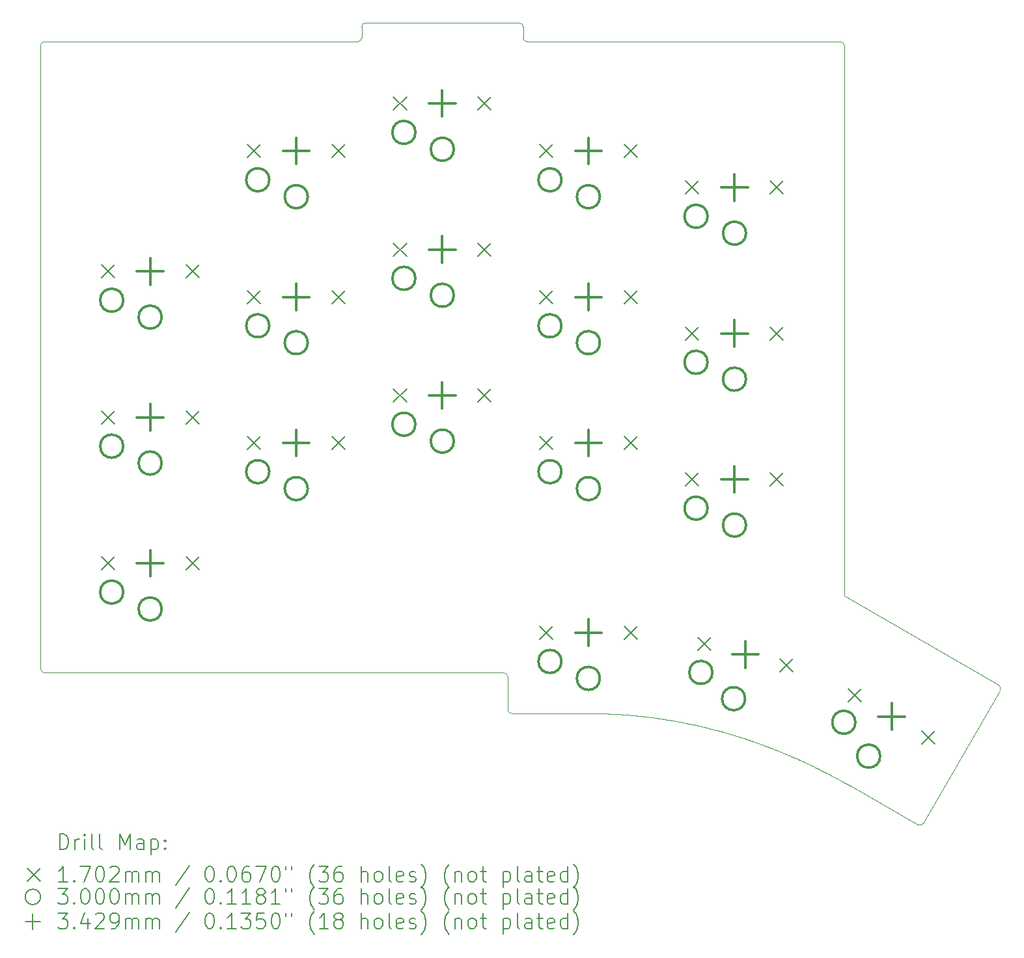
<source format=gbr>
%TF.GenerationSoftware,KiCad,Pcbnew,7.0.1*%
%TF.CreationDate,2024-02-26T07:13:11-05:00*%
%TF.ProjectId,pcb-left,7063622d-6c65-4667-942e-6b696361645f,0.3*%
%TF.SameCoordinates,Original*%
%TF.FileFunction,Drillmap*%
%TF.FilePolarity,Positive*%
%FSLAX45Y45*%
G04 Gerber Fmt 4.5, Leading zero omitted, Abs format (unit mm)*
G04 Created by KiCad (PCBNEW 7.0.1) date 2024-02-26 07:13:11*
%MOMM*%
%LPD*%
G01*
G04 APERTURE LIST*
%ADD10C,0.020000*%
%ADD11C,0.200000*%
%ADD12C,0.170180*%
%ADD13C,0.300000*%
%ADD14C,0.342900*%
G04 APERTURE END LIST*
D10*
X14319730Y-13282182D02*
X15185756Y-13782182D01*
X8002230Y-3342855D02*
X10002230Y-3342855D01*
X13676775Y-12950501D02*
X13682903Y-12953301D01*
X13689053Y-12956119D01*
X13695249Y-12958965D01*
X13701514Y-12961852D01*
X13707872Y-12964792D01*
X13714346Y-12967797D01*
X13720960Y-12970879D01*
X13727739Y-12974050D01*
X13734704Y-12977321D01*
X13741880Y-12980705D01*
X13749290Y-12984214D01*
X13756959Y-12987860D01*
X13764909Y-12991655D01*
X13773164Y-12995611D01*
X13781749Y-12999739D01*
X13790685Y-13004052D01*
X13799998Y-13008562D01*
X13809710Y-13013280D01*
X13819845Y-13018219D01*
X13830427Y-13023392D01*
X13841479Y-13028808D01*
X13853026Y-13034482D01*
X13865090Y-13040424D01*
X13877695Y-13046647D01*
X13890864Y-13053163D01*
X13904623Y-13059983D01*
X13918993Y-13067120D01*
X13933998Y-13074586D01*
X13949663Y-13082392D01*
X13966010Y-13090551D01*
X13983064Y-13099075D01*
X14000847Y-13107975D01*
X11265508Y-12340709D02*
X11272282Y-12341100D01*
X11279082Y-12341499D01*
X11285933Y-12341910D01*
X11292861Y-12342336D01*
X11299892Y-12342778D01*
X11307053Y-12343241D01*
X11314369Y-12343726D01*
X11321868Y-12344237D01*
X11329575Y-12344776D01*
X11337515Y-12345347D01*
X11345717Y-12345951D01*
X11354205Y-12346593D01*
X11363005Y-12347273D01*
X11372145Y-12347997D01*
X11381649Y-12348765D01*
X11391545Y-12349582D01*
X11401858Y-12350449D01*
X11412615Y-12351370D01*
X11423842Y-12352347D01*
X11435564Y-12353384D01*
X11447809Y-12354482D01*
X11460602Y-12355645D01*
X11473969Y-12356876D01*
X11487937Y-12358178D01*
X11502532Y-12359552D01*
X11517779Y-12361003D01*
X11533706Y-12362532D01*
X11550338Y-12364143D01*
X11567701Y-12365838D01*
X11585822Y-12367621D01*
X11604727Y-12369493D01*
X11624442Y-12371459D01*
X3827230Y-3585355D02*
X7902230Y-3585355D01*
X11624442Y-12371459D02*
X11631134Y-12372226D01*
X11637851Y-12373004D01*
X11644618Y-12373795D01*
X11651461Y-12374605D01*
X11658407Y-12375438D01*
X11665480Y-12376298D01*
X11672707Y-12377189D01*
X11680113Y-12378115D01*
X11687725Y-12379081D01*
X11695568Y-12380091D01*
X11703669Y-12381148D01*
X11712052Y-12382258D01*
X11720743Y-12383425D01*
X11729769Y-12384652D01*
X11739156Y-12385944D01*
X11748929Y-12387306D01*
X11759114Y-12388741D01*
X11769737Y-12390253D01*
X11780823Y-12391848D01*
X11792399Y-12393528D01*
X11804491Y-12395299D01*
X11817123Y-12397165D01*
X11830323Y-12399129D01*
X11844116Y-12401196D01*
X11858527Y-12403371D01*
X11873583Y-12405656D01*
X11889309Y-12408058D01*
X11905732Y-12410580D01*
X11922876Y-12413226D01*
X11940769Y-12416000D01*
X11959435Y-12418906D01*
X11978901Y-12421950D01*
X10052225Y-3392855D02*
G75*
G03*
X10002230Y-3342855I-49985J15D01*
G01*
X12328663Y-12491541D02*
X12335179Y-12493025D01*
X12341718Y-12494522D01*
X12348306Y-12496038D01*
X12354968Y-12497581D01*
X12361730Y-12499156D01*
X12368615Y-12500772D01*
X12375649Y-12502436D01*
X12382858Y-12504153D01*
X12390266Y-12505932D01*
X12397899Y-12507778D01*
X12405781Y-12509700D01*
X12413939Y-12511703D01*
X12422396Y-12513796D01*
X12431178Y-12515985D01*
X12440310Y-12518276D01*
X12449818Y-12520677D01*
X12459726Y-12523196D01*
X12470059Y-12525837D01*
X12480843Y-12528610D01*
X12492103Y-12531520D01*
X12503863Y-12534575D01*
X12516150Y-12537782D01*
X12528987Y-12541147D01*
X12542400Y-12544678D01*
X12556415Y-12548381D01*
X12571056Y-12552264D01*
X12586349Y-12556333D01*
X12602318Y-12560595D01*
X12618989Y-12565058D01*
X12636387Y-12569728D01*
X12654537Y-12574612D01*
X12673464Y-12579718D01*
X10052225Y-3535355D02*
G75*
G03*
X10102230Y-3585355I50015J15D01*
G01*
X3827230Y-3585360D02*
G75*
G03*
X3777230Y-3635355I0J-50000D01*
G01*
X7952230Y-3392855D02*
X7952230Y-3535355D01*
X3777225Y-11752855D02*
G75*
G03*
X3827230Y-11802855I50015J15D01*
G01*
X10102230Y-3585355D02*
X14177230Y-3585355D01*
X14000847Y-13107975D02*
X14006878Y-13111089D01*
X14012931Y-13114221D01*
X14019028Y-13117384D01*
X14025194Y-13120592D01*
X14031451Y-13123858D01*
X14037822Y-13127195D01*
X14044332Y-13130616D01*
X14051002Y-13134134D01*
X14057856Y-13137763D01*
X14064918Y-13141516D01*
X14072210Y-13145406D01*
X14079757Y-13149446D01*
X14087580Y-13153650D01*
X14095703Y-13158031D01*
X14104150Y-13162602D01*
X14112944Y-13167375D01*
X14122107Y-13172366D01*
X14131664Y-13177586D01*
X14141637Y-13183048D01*
X14152049Y-13188767D01*
X14162925Y-13194756D01*
X14174286Y-13201026D01*
X14186156Y-13207593D01*
X14198558Y-13214468D01*
X14211517Y-13221666D01*
X14225054Y-13229199D01*
X14239193Y-13237081D01*
X14253957Y-13245324D01*
X14269370Y-13253943D01*
X14285454Y-13262950D01*
X14302233Y-13272359D01*
X14319730Y-13282182D01*
X13013104Y-12685988D02*
X13019427Y-12688151D01*
X13025772Y-12690328D01*
X13032165Y-12692529D01*
X13038629Y-12694765D01*
X13045189Y-12697043D01*
X13051870Y-12699374D01*
X13058695Y-12701768D01*
X13065688Y-12704234D01*
X13072875Y-12706780D01*
X13080280Y-12709418D01*
X13087927Y-12712157D01*
X13095840Y-12715005D01*
X13104044Y-12717973D01*
X13112562Y-12721070D01*
X13121421Y-12724305D01*
X13130642Y-12727689D01*
X13140252Y-12731230D01*
X13150275Y-12734939D01*
X13160734Y-12738824D01*
X13171655Y-12742895D01*
X13183060Y-12747163D01*
X13194976Y-12751635D01*
X13207426Y-12756323D01*
X13220435Y-12761235D01*
X13234026Y-12766381D01*
X13248225Y-12771770D01*
X13263055Y-12777413D01*
X13278541Y-12783318D01*
X13294708Y-12789495D01*
X13311579Y-12795954D01*
X13329179Y-12802704D01*
X13347533Y-12809754D01*
X16254055Y-12031829D02*
G75*
G03*
X16235756Y-11963529I-43305J24999D01*
G01*
X12673464Y-12579718D02*
X12679884Y-12581546D01*
X12686328Y-12583389D01*
X12692819Y-12585253D01*
X12699383Y-12587147D01*
X12706045Y-12589080D01*
X12712829Y-12591059D01*
X12719760Y-12593093D01*
X12726862Y-12595190D01*
X12734161Y-12597359D01*
X12741680Y-12599608D01*
X12749446Y-12601944D01*
X12757482Y-12604377D01*
X12765813Y-12606915D01*
X12774464Y-12609565D01*
X12783461Y-12612336D01*
X12792826Y-12615237D01*
X12802586Y-12618275D01*
X12812765Y-12621459D01*
X12823387Y-12624798D01*
X12834478Y-12628299D01*
X12846061Y-12631970D01*
X12858163Y-12635820D01*
X12870808Y-12639858D01*
X12884019Y-12644091D01*
X12897823Y-12648528D01*
X12912243Y-12653177D01*
X12927306Y-12658047D01*
X12943034Y-12663145D01*
X12959453Y-12668480D01*
X12976588Y-12674060D01*
X12994464Y-12679893D01*
X13013104Y-12685988D01*
X9902230Y-12330355D02*
X10902230Y-12330355D01*
X9852225Y-11852855D02*
G75*
G03*
X9802230Y-11802855I-49985J15D01*
G01*
X10052230Y-3392855D02*
X10052230Y-3535355D01*
X9852230Y-11852855D02*
X9852230Y-12280355D01*
X16235756Y-11963529D02*
X14227230Y-10803906D01*
X15254057Y-13763881D02*
X16254057Y-12031830D01*
X8002230Y-3342860D02*
G75*
G03*
X7952230Y-3392855I0J-50000D01*
G01*
X14227225Y-3635355D02*
G75*
G03*
X14177230Y-3585355I-49985J15D01*
G01*
X9852225Y-12280355D02*
G75*
G03*
X9902230Y-12330355I50015J15D01*
G01*
X15185757Y-13782180D02*
G75*
G03*
X15254057Y-13763881I25003J43290D01*
G01*
X3777230Y-3635355D02*
X3777230Y-11752855D01*
X13347533Y-12809754D02*
X13353758Y-12812240D01*
X13360005Y-12814741D01*
X13366299Y-12817268D01*
X13372664Y-12819833D01*
X13379122Y-12822446D01*
X13385699Y-12825118D01*
X13392419Y-12827859D01*
X13399304Y-12830681D01*
X13406380Y-12833593D01*
X13413670Y-12836608D01*
X13421199Y-12839735D01*
X13428989Y-12842986D01*
X13437066Y-12846371D01*
X13445453Y-12849901D01*
X13454174Y-12853586D01*
X13463253Y-12857438D01*
X13472714Y-12861468D01*
X13482581Y-12865685D01*
X13492878Y-12870101D01*
X13503629Y-12874727D01*
X13514857Y-12879573D01*
X13526588Y-12884650D01*
X13538845Y-12889969D01*
X13551651Y-12895540D01*
X13565032Y-12901375D01*
X13579010Y-12907485D01*
X13593610Y-12913879D01*
X13608856Y-12920569D01*
X13624771Y-12927565D01*
X13641380Y-12934879D01*
X13658707Y-12942520D01*
X13676775Y-12950501D01*
X14227230Y-3635355D02*
X14227230Y-10803906D01*
X11978901Y-12421950D02*
X11985508Y-12423081D01*
X11992138Y-12424224D01*
X11998818Y-12425383D01*
X12005573Y-12426565D01*
X12012429Y-12427775D01*
X12019411Y-12429018D01*
X12026544Y-12430301D01*
X12033855Y-12431628D01*
X12041368Y-12433006D01*
X12049108Y-12434441D01*
X12057103Y-12435936D01*
X12065376Y-12437500D01*
X12073954Y-12439136D01*
X12082861Y-12440850D01*
X12092124Y-12442649D01*
X12101768Y-12444538D01*
X12111818Y-12446521D01*
X12122300Y-12448606D01*
X12133240Y-12450798D01*
X12144662Y-12453102D01*
X12156592Y-12455523D01*
X12169056Y-12458068D01*
X12182080Y-12460742D01*
X12195688Y-12463551D01*
X12209907Y-12466500D01*
X12224761Y-12469594D01*
X12240276Y-12472841D01*
X12256478Y-12476244D01*
X12273392Y-12479810D01*
X12291044Y-12483545D01*
X12309459Y-12487453D01*
X12328663Y-12491541D01*
X10902230Y-12330355D02*
X10909086Y-12330358D01*
X10915967Y-12330369D01*
X10922899Y-12330389D01*
X10929910Y-12330418D01*
X10937025Y-12330459D01*
X10944272Y-12330512D01*
X10951676Y-12330580D01*
X10959265Y-12330663D01*
X10967064Y-12330763D01*
X10975100Y-12330880D01*
X10983400Y-12331017D01*
X10991990Y-12331175D01*
X11000897Y-12331355D01*
X11010146Y-12331558D01*
X11019766Y-12331785D01*
X11029781Y-12332039D01*
X11040219Y-12332320D01*
X11051106Y-12332629D01*
X11062469Y-12332969D01*
X11074333Y-12333340D01*
X11086726Y-12333743D01*
X11099674Y-12334180D01*
X11113204Y-12334653D01*
X11127341Y-12335162D01*
X11142113Y-12335708D01*
X11157546Y-12336295D01*
X11173667Y-12336921D01*
X11190501Y-12337590D01*
X11208076Y-12338302D01*
X11226418Y-12339058D01*
X11245553Y-12339860D01*
X11265508Y-12340709D01*
X7902230Y-3585360D02*
G75*
G03*
X7952230Y-3535355I0J50000D01*
G01*
X3827230Y-11802855D02*
X9802230Y-11802855D01*
D11*
D12*
X4566473Y-6492410D02*
X4736653Y-6662590D01*
X4736653Y-6492410D02*
X4566473Y-6662590D01*
X4566473Y-8392410D02*
X4736653Y-8562590D01*
X4736653Y-8392410D02*
X4566473Y-8562590D01*
X4566473Y-10292410D02*
X4736653Y-10462590D01*
X4736653Y-10292410D02*
X4566473Y-10462590D01*
X5666472Y-6492410D02*
X5836652Y-6662590D01*
X5836652Y-6492410D02*
X5666472Y-6662590D01*
X5666472Y-8392410D02*
X5836652Y-8562590D01*
X5836652Y-8392410D02*
X5666472Y-8562590D01*
X5666472Y-10292410D02*
X5836652Y-10462590D01*
X5836652Y-10292410D02*
X5666472Y-10462590D01*
X6466472Y-4924910D02*
X6636652Y-5095090D01*
X6636652Y-4924910D02*
X6466472Y-5095090D01*
X6466472Y-6824910D02*
X6636652Y-6995090D01*
X6636652Y-6824910D02*
X6466472Y-6995090D01*
X6466472Y-8724910D02*
X6636652Y-8895090D01*
X6636652Y-8724910D02*
X6466472Y-8895090D01*
X7566472Y-4924910D02*
X7736652Y-5095090D01*
X7736652Y-4924910D02*
X7566472Y-5095090D01*
X7566472Y-6824910D02*
X7736652Y-6995090D01*
X7736652Y-6824910D02*
X7566472Y-6995090D01*
X7566472Y-8724910D02*
X7736652Y-8895090D01*
X7736652Y-8724910D02*
X7566472Y-8895090D01*
X8366472Y-4307410D02*
X8536653Y-4477590D01*
X8536653Y-4307410D02*
X8366472Y-4477590D01*
X8366472Y-6207410D02*
X8536653Y-6377590D01*
X8536653Y-6207410D02*
X8366472Y-6377590D01*
X8366472Y-8107410D02*
X8536653Y-8277590D01*
X8536653Y-8107410D02*
X8366472Y-8277590D01*
X9466473Y-4307410D02*
X9636653Y-4477590D01*
X9636653Y-4307410D02*
X9466473Y-4477590D01*
X9466473Y-6207410D02*
X9636653Y-6377590D01*
X9636653Y-6207410D02*
X9466473Y-6377590D01*
X9466473Y-8107410D02*
X9636653Y-8277590D01*
X9636653Y-8107410D02*
X9466473Y-8277590D01*
X10266473Y-4924910D02*
X10436653Y-5095090D01*
X10436653Y-4924910D02*
X10266473Y-5095090D01*
X10266473Y-6824910D02*
X10436653Y-6995090D01*
X10436653Y-6824910D02*
X10266473Y-6995090D01*
X10266473Y-8724910D02*
X10436653Y-8895090D01*
X10436653Y-8724910D02*
X10266473Y-8895090D01*
X10266473Y-11194910D02*
X10436653Y-11365090D01*
X10436653Y-11194910D02*
X10266473Y-11365090D01*
X11366472Y-4924910D02*
X11536652Y-5095090D01*
X11536652Y-4924910D02*
X11366472Y-5095090D01*
X11366472Y-6824910D02*
X11536652Y-6995090D01*
X11536652Y-6824910D02*
X11366472Y-6995090D01*
X11366472Y-8724910D02*
X11536652Y-8895090D01*
X11536652Y-8724910D02*
X11366472Y-8895090D01*
X11366472Y-11194910D02*
X11536652Y-11365090D01*
X11536652Y-11194910D02*
X11366472Y-11365090D01*
X12166472Y-5399910D02*
X12336652Y-5570090D01*
X12336652Y-5399910D02*
X12166472Y-5570090D01*
X12166472Y-7299910D02*
X12336652Y-7470090D01*
X12336652Y-7299910D02*
X12166472Y-7470090D01*
X12166472Y-9199910D02*
X12336652Y-9370090D01*
X12336652Y-9199910D02*
X12166472Y-9370090D01*
X12327713Y-11337559D02*
X12497893Y-11507739D01*
X12497893Y-11337559D02*
X12327713Y-11507739D01*
X13266472Y-5399910D02*
X13436652Y-5570090D01*
X13436652Y-5399910D02*
X13266472Y-5570090D01*
X13266472Y-7299910D02*
X13436652Y-7470090D01*
X13436652Y-7299910D02*
X13266472Y-7470090D01*
X13266472Y-9199910D02*
X13436652Y-9370090D01*
X13436652Y-9199910D02*
X13266472Y-9370090D01*
X13390232Y-11622260D02*
X13560412Y-11792440D01*
X13560412Y-11622260D02*
X13390232Y-11792440D01*
X14282658Y-12012410D02*
X14452838Y-12182590D01*
X14452838Y-12012410D02*
X14282658Y-12182590D01*
X15235286Y-12562410D02*
X15405466Y-12732590D01*
X15405466Y-12562410D02*
X15235286Y-12732590D01*
D13*
X4851563Y-6952500D02*
G75*
G03*
X4851563Y-6952500I-150000J0D01*
G01*
X4851563Y-8852500D02*
G75*
G03*
X4851563Y-8852500I-150000J0D01*
G01*
X4851563Y-10752500D02*
G75*
G03*
X4851563Y-10752500I-150000J0D01*
G01*
X5351563Y-7172500D02*
G75*
G03*
X5351563Y-7172500I-150000J0D01*
G01*
X5351563Y-9072500D02*
G75*
G03*
X5351563Y-9072500I-150000J0D01*
G01*
X5351563Y-10972500D02*
G75*
G03*
X5351563Y-10972500I-150000J0D01*
G01*
X6751562Y-5385000D02*
G75*
G03*
X6751562Y-5385000I-150000J0D01*
G01*
X6751562Y-7285000D02*
G75*
G03*
X6751562Y-7285000I-150000J0D01*
G01*
X6751562Y-9185000D02*
G75*
G03*
X6751562Y-9185000I-150000J0D01*
G01*
X7251562Y-5605000D02*
G75*
G03*
X7251562Y-5605000I-150000J0D01*
G01*
X7251562Y-7505000D02*
G75*
G03*
X7251562Y-7505000I-150000J0D01*
G01*
X7251562Y-9405000D02*
G75*
G03*
X7251562Y-9405000I-150000J0D01*
G01*
X8651563Y-4767500D02*
G75*
G03*
X8651563Y-4767500I-150000J0D01*
G01*
X8651563Y-6667500D02*
G75*
G03*
X8651563Y-6667500I-150000J0D01*
G01*
X8651563Y-8567500D02*
G75*
G03*
X8651563Y-8567500I-150000J0D01*
G01*
X9151563Y-4987500D02*
G75*
G03*
X9151563Y-4987500I-150000J0D01*
G01*
X9151563Y-6887500D02*
G75*
G03*
X9151563Y-6887500I-150000J0D01*
G01*
X9151563Y-8787500D02*
G75*
G03*
X9151563Y-8787500I-150000J0D01*
G01*
X10551563Y-5385000D02*
G75*
G03*
X10551563Y-5385000I-150000J0D01*
G01*
X10551563Y-7285000D02*
G75*
G03*
X10551563Y-7285000I-150000J0D01*
G01*
X10551563Y-9185000D02*
G75*
G03*
X10551563Y-9185000I-150000J0D01*
G01*
X10551563Y-11655000D02*
G75*
G03*
X10551563Y-11655000I-150000J0D01*
G01*
X11051563Y-5605000D02*
G75*
G03*
X11051563Y-5605000I-150000J0D01*
G01*
X11051563Y-7505000D02*
G75*
G03*
X11051563Y-7505000I-150000J0D01*
G01*
X11051563Y-9405000D02*
G75*
G03*
X11051563Y-9405000I-150000J0D01*
G01*
X11051563Y-11875000D02*
G75*
G03*
X11051563Y-11875000I-150000J0D01*
G01*
X12451562Y-5860000D02*
G75*
G03*
X12451562Y-5860000I-150000J0D01*
G01*
X12451562Y-7760000D02*
G75*
G03*
X12451562Y-7760000I-150000J0D01*
G01*
X12451562Y-9660000D02*
G75*
G03*
X12451562Y-9660000I-150000J0D01*
G01*
X12514042Y-11797813D02*
G75*
G03*
X12514042Y-11797813I-150000J0D01*
G01*
X12940065Y-12139726D02*
G75*
G03*
X12940065Y-12139726I-150000J0D01*
G01*
X12951562Y-6080000D02*
G75*
G03*
X12951562Y-6080000I-150000J0D01*
G01*
X12951562Y-7980000D02*
G75*
G03*
X12951562Y-7980000I-150000J0D01*
G01*
X12951562Y-9880000D02*
G75*
G03*
X12951562Y-9880000I-150000J0D01*
G01*
X14373550Y-12447259D02*
G75*
G03*
X14373550Y-12447259I-150000J0D01*
G01*
X14696562Y-12887785D02*
G75*
G03*
X14696562Y-12887785I-150000J0D01*
G01*
D14*
X5201563Y-6406050D02*
X5201563Y-6748950D01*
X5030113Y-6577500D02*
X5373013Y-6577500D01*
X5201563Y-8306050D02*
X5201563Y-8648950D01*
X5030113Y-8477500D02*
X5373013Y-8477500D01*
X5201563Y-10206050D02*
X5201563Y-10548950D01*
X5030113Y-10377500D02*
X5373013Y-10377500D01*
X7101562Y-4838550D02*
X7101562Y-5181450D01*
X6930112Y-5010000D02*
X7273012Y-5010000D01*
X7101562Y-6738550D02*
X7101562Y-7081450D01*
X6930112Y-6910000D02*
X7273012Y-6910000D01*
X7101562Y-8638550D02*
X7101562Y-8981450D01*
X6930112Y-8810000D02*
X7273012Y-8810000D01*
X9001563Y-4221050D02*
X9001563Y-4563950D01*
X8830113Y-4392500D02*
X9173013Y-4392500D01*
X9001563Y-6121050D02*
X9001563Y-6463950D01*
X8830113Y-6292500D02*
X9173013Y-6292500D01*
X9001563Y-8021050D02*
X9001563Y-8363950D01*
X8830113Y-8192500D02*
X9173013Y-8192500D01*
X10901563Y-4838550D02*
X10901563Y-5181450D01*
X10730113Y-5010000D02*
X11073013Y-5010000D01*
X10901563Y-6738550D02*
X10901563Y-7081450D01*
X10730113Y-6910000D02*
X11073013Y-6910000D01*
X10901563Y-8638550D02*
X10901563Y-8981450D01*
X10730113Y-8810000D02*
X11073013Y-8810000D01*
X10901563Y-11108550D02*
X10901563Y-11451450D01*
X10730113Y-11280000D02*
X11073013Y-11280000D01*
X12801562Y-5313550D02*
X12801562Y-5656450D01*
X12630112Y-5485000D02*
X12973012Y-5485000D01*
X12801562Y-7213550D02*
X12801562Y-7556450D01*
X12630112Y-7385000D02*
X12973012Y-7385000D01*
X12801562Y-9113550D02*
X12801562Y-9456450D01*
X12630112Y-9285000D02*
X12973012Y-9285000D01*
X12944062Y-11393550D02*
X12944062Y-11736450D01*
X12772612Y-11565000D02*
X13115512Y-11565000D01*
X14844062Y-12201050D02*
X14844062Y-12543950D01*
X14672612Y-12372500D02*
X15015512Y-12372500D01*
D11*
X4023849Y-14102405D02*
X4023849Y-13902405D01*
X4023849Y-13902405D02*
X4071468Y-13902405D01*
X4071468Y-13902405D02*
X4100040Y-13911929D01*
X4100040Y-13911929D02*
X4119087Y-13930977D01*
X4119087Y-13930977D02*
X4128611Y-13950024D01*
X4128611Y-13950024D02*
X4138135Y-13988120D01*
X4138135Y-13988120D02*
X4138135Y-14016691D01*
X4138135Y-14016691D02*
X4128611Y-14054786D01*
X4128611Y-14054786D02*
X4119087Y-14073834D01*
X4119087Y-14073834D02*
X4100040Y-14092882D01*
X4100040Y-14092882D02*
X4071468Y-14102405D01*
X4071468Y-14102405D02*
X4023849Y-14102405D01*
X4223849Y-14102405D02*
X4223849Y-13969072D01*
X4223849Y-14007167D02*
X4233373Y-13988120D01*
X4233373Y-13988120D02*
X4242897Y-13978596D01*
X4242897Y-13978596D02*
X4261945Y-13969072D01*
X4261945Y-13969072D02*
X4280992Y-13969072D01*
X4347659Y-14102405D02*
X4347659Y-13969072D01*
X4347659Y-13902405D02*
X4338135Y-13911929D01*
X4338135Y-13911929D02*
X4347659Y-13921453D01*
X4347659Y-13921453D02*
X4357183Y-13911929D01*
X4357183Y-13911929D02*
X4347659Y-13902405D01*
X4347659Y-13902405D02*
X4347659Y-13921453D01*
X4471468Y-14102405D02*
X4452421Y-14092882D01*
X4452421Y-14092882D02*
X4442897Y-14073834D01*
X4442897Y-14073834D02*
X4442897Y-13902405D01*
X4576230Y-14102405D02*
X4557183Y-14092882D01*
X4557183Y-14092882D02*
X4547659Y-14073834D01*
X4547659Y-14073834D02*
X4547659Y-13902405D01*
X4804802Y-14102405D02*
X4804802Y-13902405D01*
X4804802Y-13902405D02*
X4871468Y-14045263D01*
X4871468Y-14045263D02*
X4938135Y-13902405D01*
X4938135Y-13902405D02*
X4938135Y-14102405D01*
X5119087Y-14102405D02*
X5119087Y-13997644D01*
X5119087Y-13997644D02*
X5109564Y-13978596D01*
X5109564Y-13978596D02*
X5090516Y-13969072D01*
X5090516Y-13969072D02*
X5052421Y-13969072D01*
X5052421Y-13969072D02*
X5033373Y-13978596D01*
X5119087Y-14092882D02*
X5100040Y-14102405D01*
X5100040Y-14102405D02*
X5052421Y-14102405D01*
X5052421Y-14102405D02*
X5033373Y-14092882D01*
X5033373Y-14092882D02*
X5023849Y-14073834D01*
X5023849Y-14073834D02*
X5023849Y-14054786D01*
X5023849Y-14054786D02*
X5033373Y-14035739D01*
X5033373Y-14035739D02*
X5052421Y-14026215D01*
X5052421Y-14026215D02*
X5100040Y-14026215D01*
X5100040Y-14026215D02*
X5119087Y-14016691D01*
X5214326Y-13969072D02*
X5214326Y-14169072D01*
X5214326Y-13978596D02*
X5233373Y-13969072D01*
X5233373Y-13969072D02*
X5271468Y-13969072D01*
X5271468Y-13969072D02*
X5290516Y-13978596D01*
X5290516Y-13978596D02*
X5300040Y-13988120D01*
X5300040Y-13988120D02*
X5309564Y-14007167D01*
X5309564Y-14007167D02*
X5309564Y-14064310D01*
X5309564Y-14064310D02*
X5300040Y-14083358D01*
X5300040Y-14083358D02*
X5290516Y-14092882D01*
X5290516Y-14092882D02*
X5271468Y-14102405D01*
X5271468Y-14102405D02*
X5233373Y-14102405D01*
X5233373Y-14102405D02*
X5214326Y-14092882D01*
X5395278Y-14083358D02*
X5404802Y-14092882D01*
X5404802Y-14092882D02*
X5395278Y-14102405D01*
X5395278Y-14102405D02*
X5385754Y-14092882D01*
X5385754Y-14092882D02*
X5395278Y-14083358D01*
X5395278Y-14083358D02*
X5395278Y-14102405D01*
X5395278Y-13978596D02*
X5404802Y-13988120D01*
X5404802Y-13988120D02*
X5395278Y-13997644D01*
X5395278Y-13997644D02*
X5385754Y-13988120D01*
X5385754Y-13988120D02*
X5395278Y-13978596D01*
X5395278Y-13978596D02*
X5395278Y-13997644D01*
D12*
X3606050Y-14344792D02*
X3776230Y-14514972D01*
X3776230Y-14344792D02*
X3606050Y-14514972D01*
D11*
X4128611Y-14522405D02*
X4014325Y-14522405D01*
X4071468Y-14522405D02*
X4071468Y-14322405D01*
X4071468Y-14322405D02*
X4052421Y-14350977D01*
X4052421Y-14350977D02*
X4033373Y-14370024D01*
X4033373Y-14370024D02*
X4014325Y-14379548D01*
X4214326Y-14503358D02*
X4223849Y-14512882D01*
X4223849Y-14512882D02*
X4214326Y-14522405D01*
X4214326Y-14522405D02*
X4204802Y-14512882D01*
X4204802Y-14512882D02*
X4214326Y-14503358D01*
X4214326Y-14503358D02*
X4214326Y-14522405D01*
X4290516Y-14322405D02*
X4423849Y-14322405D01*
X4423849Y-14322405D02*
X4338135Y-14522405D01*
X4538135Y-14322405D02*
X4557183Y-14322405D01*
X4557183Y-14322405D02*
X4576230Y-14331929D01*
X4576230Y-14331929D02*
X4585754Y-14341453D01*
X4585754Y-14341453D02*
X4595278Y-14360501D01*
X4595278Y-14360501D02*
X4604802Y-14398596D01*
X4604802Y-14398596D02*
X4604802Y-14446215D01*
X4604802Y-14446215D02*
X4595278Y-14484310D01*
X4595278Y-14484310D02*
X4585754Y-14503358D01*
X4585754Y-14503358D02*
X4576230Y-14512882D01*
X4576230Y-14512882D02*
X4557183Y-14522405D01*
X4557183Y-14522405D02*
X4538135Y-14522405D01*
X4538135Y-14522405D02*
X4519087Y-14512882D01*
X4519087Y-14512882D02*
X4509564Y-14503358D01*
X4509564Y-14503358D02*
X4500040Y-14484310D01*
X4500040Y-14484310D02*
X4490516Y-14446215D01*
X4490516Y-14446215D02*
X4490516Y-14398596D01*
X4490516Y-14398596D02*
X4500040Y-14360501D01*
X4500040Y-14360501D02*
X4509564Y-14341453D01*
X4509564Y-14341453D02*
X4519087Y-14331929D01*
X4519087Y-14331929D02*
X4538135Y-14322405D01*
X4680992Y-14341453D02*
X4690516Y-14331929D01*
X4690516Y-14331929D02*
X4709564Y-14322405D01*
X4709564Y-14322405D02*
X4757183Y-14322405D01*
X4757183Y-14322405D02*
X4776230Y-14331929D01*
X4776230Y-14331929D02*
X4785754Y-14341453D01*
X4785754Y-14341453D02*
X4795278Y-14360501D01*
X4795278Y-14360501D02*
X4795278Y-14379548D01*
X4795278Y-14379548D02*
X4785754Y-14408120D01*
X4785754Y-14408120D02*
X4671468Y-14522405D01*
X4671468Y-14522405D02*
X4795278Y-14522405D01*
X4880992Y-14522405D02*
X4880992Y-14389072D01*
X4880992Y-14408120D02*
X4890516Y-14398596D01*
X4890516Y-14398596D02*
X4909564Y-14389072D01*
X4909564Y-14389072D02*
X4938135Y-14389072D01*
X4938135Y-14389072D02*
X4957183Y-14398596D01*
X4957183Y-14398596D02*
X4966707Y-14417644D01*
X4966707Y-14417644D02*
X4966707Y-14522405D01*
X4966707Y-14417644D02*
X4976230Y-14398596D01*
X4976230Y-14398596D02*
X4995278Y-14389072D01*
X4995278Y-14389072D02*
X5023849Y-14389072D01*
X5023849Y-14389072D02*
X5042897Y-14398596D01*
X5042897Y-14398596D02*
X5052421Y-14417644D01*
X5052421Y-14417644D02*
X5052421Y-14522405D01*
X5147659Y-14522405D02*
X5147659Y-14389072D01*
X5147659Y-14408120D02*
X5157183Y-14398596D01*
X5157183Y-14398596D02*
X5176230Y-14389072D01*
X5176230Y-14389072D02*
X5204802Y-14389072D01*
X5204802Y-14389072D02*
X5223849Y-14398596D01*
X5223849Y-14398596D02*
X5233373Y-14417644D01*
X5233373Y-14417644D02*
X5233373Y-14522405D01*
X5233373Y-14417644D02*
X5242897Y-14398596D01*
X5242897Y-14398596D02*
X5261945Y-14389072D01*
X5261945Y-14389072D02*
X5290516Y-14389072D01*
X5290516Y-14389072D02*
X5309564Y-14398596D01*
X5309564Y-14398596D02*
X5319088Y-14417644D01*
X5319088Y-14417644D02*
X5319088Y-14522405D01*
X5709564Y-14312882D02*
X5538135Y-14570024D01*
X5966707Y-14322405D02*
X5985754Y-14322405D01*
X5985754Y-14322405D02*
X6004802Y-14331929D01*
X6004802Y-14331929D02*
X6014326Y-14341453D01*
X6014326Y-14341453D02*
X6023849Y-14360501D01*
X6023849Y-14360501D02*
X6033373Y-14398596D01*
X6033373Y-14398596D02*
X6033373Y-14446215D01*
X6033373Y-14446215D02*
X6023849Y-14484310D01*
X6023849Y-14484310D02*
X6014326Y-14503358D01*
X6014326Y-14503358D02*
X6004802Y-14512882D01*
X6004802Y-14512882D02*
X5985754Y-14522405D01*
X5985754Y-14522405D02*
X5966707Y-14522405D01*
X5966707Y-14522405D02*
X5947659Y-14512882D01*
X5947659Y-14512882D02*
X5938135Y-14503358D01*
X5938135Y-14503358D02*
X5928611Y-14484310D01*
X5928611Y-14484310D02*
X5919088Y-14446215D01*
X5919088Y-14446215D02*
X5919088Y-14398596D01*
X5919088Y-14398596D02*
X5928611Y-14360501D01*
X5928611Y-14360501D02*
X5938135Y-14341453D01*
X5938135Y-14341453D02*
X5947659Y-14331929D01*
X5947659Y-14331929D02*
X5966707Y-14322405D01*
X6119088Y-14503358D02*
X6128611Y-14512882D01*
X6128611Y-14512882D02*
X6119088Y-14522405D01*
X6119088Y-14522405D02*
X6109564Y-14512882D01*
X6109564Y-14512882D02*
X6119088Y-14503358D01*
X6119088Y-14503358D02*
X6119088Y-14522405D01*
X6252421Y-14322405D02*
X6271469Y-14322405D01*
X6271469Y-14322405D02*
X6290516Y-14331929D01*
X6290516Y-14331929D02*
X6300040Y-14341453D01*
X6300040Y-14341453D02*
X6309564Y-14360501D01*
X6309564Y-14360501D02*
X6319088Y-14398596D01*
X6319088Y-14398596D02*
X6319088Y-14446215D01*
X6319088Y-14446215D02*
X6309564Y-14484310D01*
X6309564Y-14484310D02*
X6300040Y-14503358D01*
X6300040Y-14503358D02*
X6290516Y-14512882D01*
X6290516Y-14512882D02*
X6271469Y-14522405D01*
X6271469Y-14522405D02*
X6252421Y-14522405D01*
X6252421Y-14522405D02*
X6233373Y-14512882D01*
X6233373Y-14512882D02*
X6223849Y-14503358D01*
X6223849Y-14503358D02*
X6214326Y-14484310D01*
X6214326Y-14484310D02*
X6204802Y-14446215D01*
X6204802Y-14446215D02*
X6204802Y-14398596D01*
X6204802Y-14398596D02*
X6214326Y-14360501D01*
X6214326Y-14360501D02*
X6223849Y-14341453D01*
X6223849Y-14341453D02*
X6233373Y-14331929D01*
X6233373Y-14331929D02*
X6252421Y-14322405D01*
X6490516Y-14322405D02*
X6452421Y-14322405D01*
X6452421Y-14322405D02*
X6433373Y-14331929D01*
X6433373Y-14331929D02*
X6423849Y-14341453D01*
X6423849Y-14341453D02*
X6404802Y-14370024D01*
X6404802Y-14370024D02*
X6395278Y-14408120D01*
X6395278Y-14408120D02*
X6395278Y-14484310D01*
X6395278Y-14484310D02*
X6404802Y-14503358D01*
X6404802Y-14503358D02*
X6414326Y-14512882D01*
X6414326Y-14512882D02*
X6433373Y-14522405D01*
X6433373Y-14522405D02*
X6471469Y-14522405D01*
X6471469Y-14522405D02*
X6490516Y-14512882D01*
X6490516Y-14512882D02*
X6500040Y-14503358D01*
X6500040Y-14503358D02*
X6509564Y-14484310D01*
X6509564Y-14484310D02*
X6509564Y-14436691D01*
X6509564Y-14436691D02*
X6500040Y-14417644D01*
X6500040Y-14417644D02*
X6490516Y-14408120D01*
X6490516Y-14408120D02*
X6471469Y-14398596D01*
X6471469Y-14398596D02*
X6433373Y-14398596D01*
X6433373Y-14398596D02*
X6414326Y-14408120D01*
X6414326Y-14408120D02*
X6404802Y-14417644D01*
X6404802Y-14417644D02*
X6395278Y-14436691D01*
X6576230Y-14322405D02*
X6709564Y-14322405D01*
X6709564Y-14322405D02*
X6623849Y-14522405D01*
X6823849Y-14322405D02*
X6842897Y-14322405D01*
X6842897Y-14322405D02*
X6861945Y-14331929D01*
X6861945Y-14331929D02*
X6871469Y-14341453D01*
X6871469Y-14341453D02*
X6880992Y-14360501D01*
X6880992Y-14360501D02*
X6890516Y-14398596D01*
X6890516Y-14398596D02*
X6890516Y-14446215D01*
X6890516Y-14446215D02*
X6880992Y-14484310D01*
X6880992Y-14484310D02*
X6871469Y-14503358D01*
X6871469Y-14503358D02*
X6861945Y-14512882D01*
X6861945Y-14512882D02*
X6842897Y-14522405D01*
X6842897Y-14522405D02*
X6823849Y-14522405D01*
X6823849Y-14522405D02*
X6804802Y-14512882D01*
X6804802Y-14512882D02*
X6795278Y-14503358D01*
X6795278Y-14503358D02*
X6785754Y-14484310D01*
X6785754Y-14484310D02*
X6776230Y-14446215D01*
X6776230Y-14446215D02*
X6776230Y-14398596D01*
X6776230Y-14398596D02*
X6785754Y-14360501D01*
X6785754Y-14360501D02*
X6795278Y-14341453D01*
X6795278Y-14341453D02*
X6804802Y-14331929D01*
X6804802Y-14331929D02*
X6823849Y-14322405D01*
X6966707Y-14322405D02*
X6966707Y-14360501D01*
X7042897Y-14322405D02*
X7042897Y-14360501D01*
X7338135Y-14598596D02*
X7328611Y-14589072D01*
X7328611Y-14589072D02*
X7309564Y-14560501D01*
X7309564Y-14560501D02*
X7300040Y-14541453D01*
X7300040Y-14541453D02*
X7290516Y-14512882D01*
X7290516Y-14512882D02*
X7280992Y-14465263D01*
X7280992Y-14465263D02*
X7280992Y-14427167D01*
X7280992Y-14427167D02*
X7290516Y-14379548D01*
X7290516Y-14379548D02*
X7300040Y-14350977D01*
X7300040Y-14350977D02*
X7309564Y-14331929D01*
X7309564Y-14331929D02*
X7328611Y-14303358D01*
X7328611Y-14303358D02*
X7338135Y-14293834D01*
X7395278Y-14322405D02*
X7519088Y-14322405D01*
X7519088Y-14322405D02*
X7452421Y-14398596D01*
X7452421Y-14398596D02*
X7480992Y-14398596D01*
X7480992Y-14398596D02*
X7500040Y-14408120D01*
X7500040Y-14408120D02*
X7509564Y-14417644D01*
X7509564Y-14417644D02*
X7519088Y-14436691D01*
X7519088Y-14436691D02*
X7519088Y-14484310D01*
X7519088Y-14484310D02*
X7509564Y-14503358D01*
X7509564Y-14503358D02*
X7500040Y-14512882D01*
X7500040Y-14512882D02*
X7480992Y-14522405D01*
X7480992Y-14522405D02*
X7423850Y-14522405D01*
X7423850Y-14522405D02*
X7404802Y-14512882D01*
X7404802Y-14512882D02*
X7395278Y-14503358D01*
X7690516Y-14322405D02*
X7652421Y-14322405D01*
X7652421Y-14322405D02*
X7633373Y-14331929D01*
X7633373Y-14331929D02*
X7623850Y-14341453D01*
X7623850Y-14341453D02*
X7604802Y-14370024D01*
X7604802Y-14370024D02*
X7595278Y-14408120D01*
X7595278Y-14408120D02*
X7595278Y-14484310D01*
X7595278Y-14484310D02*
X7604802Y-14503358D01*
X7604802Y-14503358D02*
X7614326Y-14512882D01*
X7614326Y-14512882D02*
X7633373Y-14522405D01*
X7633373Y-14522405D02*
X7671469Y-14522405D01*
X7671469Y-14522405D02*
X7690516Y-14512882D01*
X7690516Y-14512882D02*
X7700040Y-14503358D01*
X7700040Y-14503358D02*
X7709564Y-14484310D01*
X7709564Y-14484310D02*
X7709564Y-14436691D01*
X7709564Y-14436691D02*
X7700040Y-14417644D01*
X7700040Y-14417644D02*
X7690516Y-14408120D01*
X7690516Y-14408120D02*
X7671469Y-14398596D01*
X7671469Y-14398596D02*
X7633373Y-14398596D01*
X7633373Y-14398596D02*
X7614326Y-14408120D01*
X7614326Y-14408120D02*
X7604802Y-14417644D01*
X7604802Y-14417644D02*
X7595278Y-14436691D01*
X7947659Y-14522405D02*
X7947659Y-14322405D01*
X8033373Y-14522405D02*
X8033373Y-14417644D01*
X8033373Y-14417644D02*
X8023850Y-14398596D01*
X8023850Y-14398596D02*
X8004802Y-14389072D01*
X8004802Y-14389072D02*
X7976231Y-14389072D01*
X7976231Y-14389072D02*
X7957183Y-14398596D01*
X7957183Y-14398596D02*
X7947659Y-14408120D01*
X8157183Y-14522405D02*
X8138135Y-14512882D01*
X8138135Y-14512882D02*
X8128612Y-14503358D01*
X8128612Y-14503358D02*
X8119088Y-14484310D01*
X8119088Y-14484310D02*
X8119088Y-14427167D01*
X8119088Y-14427167D02*
X8128612Y-14408120D01*
X8128612Y-14408120D02*
X8138135Y-14398596D01*
X8138135Y-14398596D02*
X8157183Y-14389072D01*
X8157183Y-14389072D02*
X8185754Y-14389072D01*
X8185754Y-14389072D02*
X8204802Y-14398596D01*
X8204802Y-14398596D02*
X8214326Y-14408120D01*
X8214326Y-14408120D02*
X8223850Y-14427167D01*
X8223850Y-14427167D02*
X8223850Y-14484310D01*
X8223850Y-14484310D02*
X8214326Y-14503358D01*
X8214326Y-14503358D02*
X8204802Y-14512882D01*
X8204802Y-14512882D02*
X8185754Y-14522405D01*
X8185754Y-14522405D02*
X8157183Y-14522405D01*
X8338135Y-14522405D02*
X8319088Y-14512882D01*
X8319088Y-14512882D02*
X8309564Y-14493834D01*
X8309564Y-14493834D02*
X8309564Y-14322405D01*
X8490516Y-14512882D02*
X8471469Y-14522405D01*
X8471469Y-14522405D02*
X8433374Y-14522405D01*
X8433374Y-14522405D02*
X8414326Y-14512882D01*
X8414326Y-14512882D02*
X8404802Y-14493834D01*
X8404802Y-14493834D02*
X8404802Y-14417644D01*
X8404802Y-14417644D02*
X8414326Y-14398596D01*
X8414326Y-14398596D02*
X8433374Y-14389072D01*
X8433374Y-14389072D02*
X8471469Y-14389072D01*
X8471469Y-14389072D02*
X8490516Y-14398596D01*
X8490516Y-14398596D02*
X8500040Y-14417644D01*
X8500040Y-14417644D02*
X8500040Y-14436691D01*
X8500040Y-14436691D02*
X8404802Y-14455739D01*
X8576231Y-14512882D02*
X8595278Y-14522405D01*
X8595278Y-14522405D02*
X8633374Y-14522405D01*
X8633374Y-14522405D02*
X8652421Y-14512882D01*
X8652421Y-14512882D02*
X8661945Y-14493834D01*
X8661945Y-14493834D02*
X8661945Y-14484310D01*
X8661945Y-14484310D02*
X8652421Y-14465263D01*
X8652421Y-14465263D02*
X8633374Y-14455739D01*
X8633374Y-14455739D02*
X8604802Y-14455739D01*
X8604802Y-14455739D02*
X8585755Y-14446215D01*
X8585755Y-14446215D02*
X8576231Y-14427167D01*
X8576231Y-14427167D02*
X8576231Y-14417644D01*
X8576231Y-14417644D02*
X8585755Y-14398596D01*
X8585755Y-14398596D02*
X8604802Y-14389072D01*
X8604802Y-14389072D02*
X8633374Y-14389072D01*
X8633374Y-14389072D02*
X8652421Y-14398596D01*
X8728612Y-14598596D02*
X8738136Y-14589072D01*
X8738136Y-14589072D02*
X8757183Y-14560501D01*
X8757183Y-14560501D02*
X8766707Y-14541453D01*
X8766707Y-14541453D02*
X8776231Y-14512882D01*
X8776231Y-14512882D02*
X8785755Y-14465263D01*
X8785755Y-14465263D02*
X8785755Y-14427167D01*
X8785755Y-14427167D02*
X8776231Y-14379548D01*
X8776231Y-14379548D02*
X8766707Y-14350977D01*
X8766707Y-14350977D02*
X8757183Y-14331929D01*
X8757183Y-14331929D02*
X8738136Y-14303358D01*
X8738136Y-14303358D02*
X8728612Y-14293834D01*
X9090517Y-14598596D02*
X9080993Y-14589072D01*
X9080993Y-14589072D02*
X9061945Y-14560501D01*
X9061945Y-14560501D02*
X9052421Y-14541453D01*
X9052421Y-14541453D02*
X9042897Y-14512882D01*
X9042897Y-14512882D02*
X9033374Y-14465263D01*
X9033374Y-14465263D02*
X9033374Y-14427167D01*
X9033374Y-14427167D02*
X9042897Y-14379548D01*
X9042897Y-14379548D02*
X9052421Y-14350977D01*
X9052421Y-14350977D02*
X9061945Y-14331929D01*
X9061945Y-14331929D02*
X9080993Y-14303358D01*
X9080993Y-14303358D02*
X9090517Y-14293834D01*
X9166707Y-14389072D02*
X9166707Y-14522405D01*
X9166707Y-14408120D02*
X9176231Y-14398596D01*
X9176231Y-14398596D02*
X9195278Y-14389072D01*
X9195278Y-14389072D02*
X9223850Y-14389072D01*
X9223850Y-14389072D02*
X9242897Y-14398596D01*
X9242897Y-14398596D02*
X9252421Y-14417644D01*
X9252421Y-14417644D02*
X9252421Y-14522405D01*
X9376231Y-14522405D02*
X9357183Y-14512882D01*
X9357183Y-14512882D02*
X9347659Y-14503358D01*
X9347659Y-14503358D02*
X9338136Y-14484310D01*
X9338136Y-14484310D02*
X9338136Y-14427167D01*
X9338136Y-14427167D02*
X9347659Y-14408120D01*
X9347659Y-14408120D02*
X9357183Y-14398596D01*
X9357183Y-14398596D02*
X9376231Y-14389072D01*
X9376231Y-14389072D02*
X9404802Y-14389072D01*
X9404802Y-14389072D02*
X9423850Y-14398596D01*
X9423850Y-14398596D02*
X9433374Y-14408120D01*
X9433374Y-14408120D02*
X9442897Y-14427167D01*
X9442897Y-14427167D02*
X9442897Y-14484310D01*
X9442897Y-14484310D02*
X9433374Y-14503358D01*
X9433374Y-14503358D02*
X9423850Y-14512882D01*
X9423850Y-14512882D02*
X9404802Y-14522405D01*
X9404802Y-14522405D02*
X9376231Y-14522405D01*
X9500040Y-14389072D02*
X9576231Y-14389072D01*
X9528612Y-14322405D02*
X9528612Y-14493834D01*
X9528612Y-14493834D02*
X9538136Y-14512882D01*
X9538136Y-14512882D02*
X9557183Y-14522405D01*
X9557183Y-14522405D02*
X9576231Y-14522405D01*
X9795278Y-14389072D02*
X9795278Y-14589072D01*
X9795278Y-14398596D02*
X9814326Y-14389072D01*
X9814326Y-14389072D02*
X9852421Y-14389072D01*
X9852421Y-14389072D02*
X9871469Y-14398596D01*
X9871469Y-14398596D02*
X9880993Y-14408120D01*
X9880993Y-14408120D02*
X9890517Y-14427167D01*
X9890517Y-14427167D02*
X9890517Y-14484310D01*
X9890517Y-14484310D02*
X9880993Y-14503358D01*
X9880993Y-14503358D02*
X9871469Y-14512882D01*
X9871469Y-14512882D02*
X9852421Y-14522405D01*
X9852421Y-14522405D02*
X9814326Y-14522405D01*
X9814326Y-14522405D02*
X9795278Y-14512882D01*
X10004802Y-14522405D02*
X9985755Y-14512882D01*
X9985755Y-14512882D02*
X9976231Y-14493834D01*
X9976231Y-14493834D02*
X9976231Y-14322405D01*
X10166707Y-14522405D02*
X10166707Y-14417644D01*
X10166707Y-14417644D02*
X10157183Y-14398596D01*
X10157183Y-14398596D02*
X10138136Y-14389072D01*
X10138136Y-14389072D02*
X10100040Y-14389072D01*
X10100040Y-14389072D02*
X10080993Y-14398596D01*
X10166707Y-14512882D02*
X10147659Y-14522405D01*
X10147659Y-14522405D02*
X10100040Y-14522405D01*
X10100040Y-14522405D02*
X10080993Y-14512882D01*
X10080993Y-14512882D02*
X10071469Y-14493834D01*
X10071469Y-14493834D02*
X10071469Y-14474786D01*
X10071469Y-14474786D02*
X10080993Y-14455739D01*
X10080993Y-14455739D02*
X10100040Y-14446215D01*
X10100040Y-14446215D02*
X10147659Y-14446215D01*
X10147659Y-14446215D02*
X10166707Y-14436691D01*
X10233374Y-14389072D02*
X10309564Y-14389072D01*
X10261945Y-14322405D02*
X10261945Y-14493834D01*
X10261945Y-14493834D02*
X10271469Y-14512882D01*
X10271469Y-14512882D02*
X10290517Y-14522405D01*
X10290517Y-14522405D02*
X10309564Y-14522405D01*
X10452421Y-14512882D02*
X10433374Y-14522405D01*
X10433374Y-14522405D02*
X10395278Y-14522405D01*
X10395278Y-14522405D02*
X10376231Y-14512882D01*
X10376231Y-14512882D02*
X10366707Y-14493834D01*
X10366707Y-14493834D02*
X10366707Y-14417644D01*
X10366707Y-14417644D02*
X10376231Y-14398596D01*
X10376231Y-14398596D02*
X10395278Y-14389072D01*
X10395278Y-14389072D02*
X10433374Y-14389072D01*
X10433374Y-14389072D02*
X10452421Y-14398596D01*
X10452421Y-14398596D02*
X10461945Y-14417644D01*
X10461945Y-14417644D02*
X10461945Y-14436691D01*
X10461945Y-14436691D02*
X10366707Y-14455739D01*
X10633374Y-14522405D02*
X10633374Y-14322405D01*
X10633374Y-14512882D02*
X10614326Y-14522405D01*
X10614326Y-14522405D02*
X10576231Y-14522405D01*
X10576231Y-14522405D02*
X10557183Y-14512882D01*
X10557183Y-14512882D02*
X10547659Y-14503358D01*
X10547659Y-14503358D02*
X10538136Y-14484310D01*
X10538136Y-14484310D02*
X10538136Y-14427167D01*
X10538136Y-14427167D02*
X10547659Y-14408120D01*
X10547659Y-14408120D02*
X10557183Y-14398596D01*
X10557183Y-14398596D02*
X10576231Y-14389072D01*
X10576231Y-14389072D02*
X10614326Y-14389072D01*
X10614326Y-14389072D02*
X10633374Y-14398596D01*
X10709564Y-14598596D02*
X10719088Y-14589072D01*
X10719088Y-14589072D02*
X10738136Y-14560501D01*
X10738136Y-14560501D02*
X10747659Y-14541453D01*
X10747659Y-14541453D02*
X10757183Y-14512882D01*
X10757183Y-14512882D02*
X10766707Y-14465263D01*
X10766707Y-14465263D02*
X10766707Y-14427167D01*
X10766707Y-14427167D02*
X10757183Y-14379548D01*
X10757183Y-14379548D02*
X10747659Y-14350977D01*
X10747659Y-14350977D02*
X10738136Y-14331929D01*
X10738136Y-14331929D02*
X10719088Y-14303358D01*
X10719088Y-14303358D02*
X10709564Y-14293834D01*
X3776230Y-14720062D02*
G75*
G03*
X3776230Y-14720062I-100000J0D01*
G01*
X4004802Y-14612585D02*
X4128611Y-14612585D01*
X4128611Y-14612585D02*
X4061944Y-14688776D01*
X4061944Y-14688776D02*
X4090516Y-14688776D01*
X4090516Y-14688776D02*
X4109564Y-14698300D01*
X4109564Y-14698300D02*
X4119087Y-14707824D01*
X4119087Y-14707824D02*
X4128611Y-14726871D01*
X4128611Y-14726871D02*
X4128611Y-14774490D01*
X4128611Y-14774490D02*
X4119087Y-14793538D01*
X4119087Y-14793538D02*
X4109564Y-14803062D01*
X4109564Y-14803062D02*
X4090516Y-14812585D01*
X4090516Y-14812585D02*
X4033373Y-14812585D01*
X4033373Y-14812585D02*
X4014325Y-14803062D01*
X4014325Y-14803062D02*
X4004802Y-14793538D01*
X4214326Y-14793538D02*
X4223849Y-14803062D01*
X4223849Y-14803062D02*
X4214326Y-14812585D01*
X4214326Y-14812585D02*
X4204802Y-14803062D01*
X4204802Y-14803062D02*
X4214326Y-14793538D01*
X4214326Y-14793538D02*
X4214326Y-14812585D01*
X4347659Y-14612585D02*
X4366707Y-14612585D01*
X4366707Y-14612585D02*
X4385754Y-14622109D01*
X4385754Y-14622109D02*
X4395278Y-14631633D01*
X4395278Y-14631633D02*
X4404802Y-14650681D01*
X4404802Y-14650681D02*
X4414326Y-14688776D01*
X4414326Y-14688776D02*
X4414326Y-14736395D01*
X4414326Y-14736395D02*
X4404802Y-14774490D01*
X4404802Y-14774490D02*
X4395278Y-14793538D01*
X4395278Y-14793538D02*
X4385754Y-14803062D01*
X4385754Y-14803062D02*
X4366707Y-14812585D01*
X4366707Y-14812585D02*
X4347659Y-14812585D01*
X4347659Y-14812585D02*
X4328611Y-14803062D01*
X4328611Y-14803062D02*
X4319087Y-14793538D01*
X4319087Y-14793538D02*
X4309564Y-14774490D01*
X4309564Y-14774490D02*
X4300040Y-14736395D01*
X4300040Y-14736395D02*
X4300040Y-14688776D01*
X4300040Y-14688776D02*
X4309564Y-14650681D01*
X4309564Y-14650681D02*
X4319087Y-14631633D01*
X4319087Y-14631633D02*
X4328611Y-14622109D01*
X4328611Y-14622109D02*
X4347659Y-14612585D01*
X4538135Y-14612585D02*
X4557183Y-14612585D01*
X4557183Y-14612585D02*
X4576230Y-14622109D01*
X4576230Y-14622109D02*
X4585754Y-14631633D01*
X4585754Y-14631633D02*
X4595278Y-14650681D01*
X4595278Y-14650681D02*
X4604802Y-14688776D01*
X4604802Y-14688776D02*
X4604802Y-14736395D01*
X4604802Y-14736395D02*
X4595278Y-14774490D01*
X4595278Y-14774490D02*
X4585754Y-14793538D01*
X4585754Y-14793538D02*
X4576230Y-14803062D01*
X4576230Y-14803062D02*
X4557183Y-14812585D01*
X4557183Y-14812585D02*
X4538135Y-14812585D01*
X4538135Y-14812585D02*
X4519087Y-14803062D01*
X4519087Y-14803062D02*
X4509564Y-14793538D01*
X4509564Y-14793538D02*
X4500040Y-14774490D01*
X4500040Y-14774490D02*
X4490516Y-14736395D01*
X4490516Y-14736395D02*
X4490516Y-14688776D01*
X4490516Y-14688776D02*
X4500040Y-14650681D01*
X4500040Y-14650681D02*
X4509564Y-14631633D01*
X4509564Y-14631633D02*
X4519087Y-14622109D01*
X4519087Y-14622109D02*
X4538135Y-14612585D01*
X4728611Y-14612585D02*
X4747659Y-14612585D01*
X4747659Y-14612585D02*
X4766707Y-14622109D01*
X4766707Y-14622109D02*
X4776230Y-14631633D01*
X4776230Y-14631633D02*
X4785754Y-14650681D01*
X4785754Y-14650681D02*
X4795278Y-14688776D01*
X4795278Y-14688776D02*
X4795278Y-14736395D01*
X4795278Y-14736395D02*
X4785754Y-14774490D01*
X4785754Y-14774490D02*
X4776230Y-14793538D01*
X4776230Y-14793538D02*
X4766707Y-14803062D01*
X4766707Y-14803062D02*
X4747659Y-14812585D01*
X4747659Y-14812585D02*
X4728611Y-14812585D01*
X4728611Y-14812585D02*
X4709564Y-14803062D01*
X4709564Y-14803062D02*
X4700040Y-14793538D01*
X4700040Y-14793538D02*
X4690516Y-14774490D01*
X4690516Y-14774490D02*
X4680992Y-14736395D01*
X4680992Y-14736395D02*
X4680992Y-14688776D01*
X4680992Y-14688776D02*
X4690516Y-14650681D01*
X4690516Y-14650681D02*
X4700040Y-14631633D01*
X4700040Y-14631633D02*
X4709564Y-14622109D01*
X4709564Y-14622109D02*
X4728611Y-14612585D01*
X4880992Y-14812585D02*
X4880992Y-14679252D01*
X4880992Y-14698300D02*
X4890516Y-14688776D01*
X4890516Y-14688776D02*
X4909564Y-14679252D01*
X4909564Y-14679252D02*
X4938135Y-14679252D01*
X4938135Y-14679252D02*
X4957183Y-14688776D01*
X4957183Y-14688776D02*
X4966707Y-14707824D01*
X4966707Y-14707824D02*
X4966707Y-14812585D01*
X4966707Y-14707824D02*
X4976230Y-14688776D01*
X4976230Y-14688776D02*
X4995278Y-14679252D01*
X4995278Y-14679252D02*
X5023849Y-14679252D01*
X5023849Y-14679252D02*
X5042897Y-14688776D01*
X5042897Y-14688776D02*
X5052421Y-14707824D01*
X5052421Y-14707824D02*
X5052421Y-14812585D01*
X5147659Y-14812585D02*
X5147659Y-14679252D01*
X5147659Y-14698300D02*
X5157183Y-14688776D01*
X5157183Y-14688776D02*
X5176230Y-14679252D01*
X5176230Y-14679252D02*
X5204802Y-14679252D01*
X5204802Y-14679252D02*
X5223849Y-14688776D01*
X5223849Y-14688776D02*
X5233373Y-14707824D01*
X5233373Y-14707824D02*
X5233373Y-14812585D01*
X5233373Y-14707824D02*
X5242897Y-14688776D01*
X5242897Y-14688776D02*
X5261945Y-14679252D01*
X5261945Y-14679252D02*
X5290516Y-14679252D01*
X5290516Y-14679252D02*
X5309564Y-14688776D01*
X5309564Y-14688776D02*
X5319088Y-14707824D01*
X5319088Y-14707824D02*
X5319088Y-14812585D01*
X5709564Y-14603062D02*
X5538135Y-14860204D01*
X5966707Y-14612585D02*
X5985754Y-14612585D01*
X5985754Y-14612585D02*
X6004802Y-14622109D01*
X6004802Y-14622109D02*
X6014326Y-14631633D01*
X6014326Y-14631633D02*
X6023849Y-14650681D01*
X6023849Y-14650681D02*
X6033373Y-14688776D01*
X6033373Y-14688776D02*
X6033373Y-14736395D01*
X6033373Y-14736395D02*
X6023849Y-14774490D01*
X6023849Y-14774490D02*
X6014326Y-14793538D01*
X6014326Y-14793538D02*
X6004802Y-14803062D01*
X6004802Y-14803062D02*
X5985754Y-14812585D01*
X5985754Y-14812585D02*
X5966707Y-14812585D01*
X5966707Y-14812585D02*
X5947659Y-14803062D01*
X5947659Y-14803062D02*
X5938135Y-14793538D01*
X5938135Y-14793538D02*
X5928611Y-14774490D01*
X5928611Y-14774490D02*
X5919088Y-14736395D01*
X5919088Y-14736395D02*
X5919088Y-14688776D01*
X5919088Y-14688776D02*
X5928611Y-14650681D01*
X5928611Y-14650681D02*
X5938135Y-14631633D01*
X5938135Y-14631633D02*
X5947659Y-14622109D01*
X5947659Y-14622109D02*
X5966707Y-14612585D01*
X6119088Y-14793538D02*
X6128611Y-14803062D01*
X6128611Y-14803062D02*
X6119088Y-14812585D01*
X6119088Y-14812585D02*
X6109564Y-14803062D01*
X6109564Y-14803062D02*
X6119088Y-14793538D01*
X6119088Y-14793538D02*
X6119088Y-14812585D01*
X6319088Y-14812585D02*
X6204802Y-14812585D01*
X6261945Y-14812585D02*
X6261945Y-14612585D01*
X6261945Y-14612585D02*
X6242897Y-14641157D01*
X6242897Y-14641157D02*
X6223849Y-14660204D01*
X6223849Y-14660204D02*
X6204802Y-14669728D01*
X6509564Y-14812585D02*
X6395278Y-14812585D01*
X6452421Y-14812585D02*
X6452421Y-14612585D01*
X6452421Y-14612585D02*
X6433373Y-14641157D01*
X6433373Y-14641157D02*
X6414326Y-14660204D01*
X6414326Y-14660204D02*
X6395278Y-14669728D01*
X6623849Y-14698300D02*
X6604802Y-14688776D01*
X6604802Y-14688776D02*
X6595278Y-14679252D01*
X6595278Y-14679252D02*
X6585754Y-14660204D01*
X6585754Y-14660204D02*
X6585754Y-14650681D01*
X6585754Y-14650681D02*
X6595278Y-14631633D01*
X6595278Y-14631633D02*
X6604802Y-14622109D01*
X6604802Y-14622109D02*
X6623849Y-14612585D01*
X6623849Y-14612585D02*
X6661945Y-14612585D01*
X6661945Y-14612585D02*
X6680992Y-14622109D01*
X6680992Y-14622109D02*
X6690516Y-14631633D01*
X6690516Y-14631633D02*
X6700040Y-14650681D01*
X6700040Y-14650681D02*
X6700040Y-14660204D01*
X6700040Y-14660204D02*
X6690516Y-14679252D01*
X6690516Y-14679252D02*
X6680992Y-14688776D01*
X6680992Y-14688776D02*
X6661945Y-14698300D01*
X6661945Y-14698300D02*
X6623849Y-14698300D01*
X6623849Y-14698300D02*
X6604802Y-14707824D01*
X6604802Y-14707824D02*
X6595278Y-14717347D01*
X6595278Y-14717347D02*
X6585754Y-14736395D01*
X6585754Y-14736395D02*
X6585754Y-14774490D01*
X6585754Y-14774490D02*
X6595278Y-14793538D01*
X6595278Y-14793538D02*
X6604802Y-14803062D01*
X6604802Y-14803062D02*
X6623849Y-14812585D01*
X6623849Y-14812585D02*
X6661945Y-14812585D01*
X6661945Y-14812585D02*
X6680992Y-14803062D01*
X6680992Y-14803062D02*
X6690516Y-14793538D01*
X6690516Y-14793538D02*
X6700040Y-14774490D01*
X6700040Y-14774490D02*
X6700040Y-14736395D01*
X6700040Y-14736395D02*
X6690516Y-14717347D01*
X6690516Y-14717347D02*
X6680992Y-14707824D01*
X6680992Y-14707824D02*
X6661945Y-14698300D01*
X6890516Y-14812585D02*
X6776230Y-14812585D01*
X6833373Y-14812585D02*
X6833373Y-14612585D01*
X6833373Y-14612585D02*
X6814326Y-14641157D01*
X6814326Y-14641157D02*
X6795278Y-14660204D01*
X6795278Y-14660204D02*
X6776230Y-14669728D01*
X6966707Y-14612585D02*
X6966707Y-14650681D01*
X7042897Y-14612585D02*
X7042897Y-14650681D01*
X7338135Y-14888776D02*
X7328611Y-14879252D01*
X7328611Y-14879252D02*
X7309564Y-14850681D01*
X7309564Y-14850681D02*
X7300040Y-14831633D01*
X7300040Y-14831633D02*
X7290516Y-14803062D01*
X7290516Y-14803062D02*
X7280992Y-14755443D01*
X7280992Y-14755443D02*
X7280992Y-14717347D01*
X7280992Y-14717347D02*
X7290516Y-14669728D01*
X7290516Y-14669728D02*
X7300040Y-14641157D01*
X7300040Y-14641157D02*
X7309564Y-14622109D01*
X7309564Y-14622109D02*
X7328611Y-14593538D01*
X7328611Y-14593538D02*
X7338135Y-14584014D01*
X7395278Y-14612585D02*
X7519088Y-14612585D01*
X7519088Y-14612585D02*
X7452421Y-14688776D01*
X7452421Y-14688776D02*
X7480992Y-14688776D01*
X7480992Y-14688776D02*
X7500040Y-14698300D01*
X7500040Y-14698300D02*
X7509564Y-14707824D01*
X7509564Y-14707824D02*
X7519088Y-14726871D01*
X7519088Y-14726871D02*
X7519088Y-14774490D01*
X7519088Y-14774490D02*
X7509564Y-14793538D01*
X7509564Y-14793538D02*
X7500040Y-14803062D01*
X7500040Y-14803062D02*
X7480992Y-14812585D01*
X7480992Y-14812585D02*
X7423850Y-14812585D01*
X7423850Y-14812585D02*
X7404802Y-14803062D01*
X7404802Y-14803062D02*
X7395278Y-14793538D01*
X7690516Y-14612585D02*
X7652421Y-14612585D01*
X7652421Y-14612585D02*
X7633373Y-14622109D01*
X7633373Y-14622109D02*
X7623850Y-14631633D01*
X7623850Y-14631633D02*
X7604802Y-14660204D01*
X7604802Y-14660204D02*
X7595278Y-14698300D01*
X7595278Y-14698300D02*
X7595278Y-14774490D01*
X7595278Y-14774490D02*
X7604802Y-14793538D01*
X7604802Y-14793538D02*
X7614326Y-14803062D01*
X7614326Y-14803062D02*
X7633373Y-14812585D01*
X7633373Y-14812585D02*
X7671469Y-14812585D01*
X7671469Y-14812585D02*
X7690516Y-14803062D01*
X7690516Y-14803062D02*
X7700040Y-14793538D01*
X7700040Y-14793538D02*
X7709564Y-14774490D01*
X7709564Y-14774490D02*
X7709564Y-14726871D01*
X7709564Y-14726871D02*
X7700040Y-14707824D01*
X7700040Y-14707824D02*
X7690516Y-14698300D01*
X7690516Y-14698300D02*
X7671469Y-14688776D01*
X7671469Y-14688776D02*
X7633373Y-14688776D01*
X7633373Y-14688776D02*
X7614326Y-14698300D01*
X7614326Y-14698300D02*
X7604802Y-14707824D01*
X7604802Y-14707824D02*
X7595278Y-14726871D01*
X7947659Y-14812585D02*
X7947659Y-14612585D01*
X8033373Y-14812585D02*
X8033373Y-14707824D01*
X8033373Y-14707824D02*
X8023850Y-14688776D01*
X8023850Y-14688776D02*
X8004802Y-14679252D01*
X8004802Y-14679252D02*
X7976231Y-14679252D01*
X7976231Y-14679252D02*
X7957183Y-14688776D01*
X7957183Y-14688776D02*
X7947659Y-14698300D01*
X8157183Y-14812585D02*
X8138135Y-14803062D01*
X8138135Y-14803062D02*
X8128612Y-14793538D01*
X8128612Y-14793538D02*
X8119088Y-14774490D01*
X8119088Y-14774490D02*
X8119088Y-14717347D01*
X8119088Y-14717347D02*
X8128612Y-14698300D01*
X8128612Y-14698300D02*
X8138135Y-14688776D01*
X8138135Y-14688776D02*
X8157183Y-14679252D01*
X8157183Y-14679252D02*
X8185754Y-14679252D01*
X8185754Y-14679252D02*
X8204802Y-14688776D01*
X8204802Y-14688776D02*
X8214326Y-14698300D01*
X8214326Y-14698300D02*
X8223850Y-14717347D01*
X8223850Y-14717347D02*
X8223850Y-14774490D01*
X8223850Y-14774490D02*
X8214326Y-14793538D01*
X8214326Y-14793538D02*
X8204802Y-14803062D01*
X8204802Y-14803062D02*
X8185754Y-14812585D01*
X8185754Y-14812585D02*
X8157183Y-14812585D01*
X8338135Y-14812585D02*
X8319088Y-14803062D01*
X8319088Y-14803062D02*
X8309564Y-14784014D01*
X8309564Y-14784014D02*
X8309564Y-14612585D01*
X8490516Y-14803062D02*
X8471469Y-14812585D01*
X8471469Y-14812585D02*
X8433374Y-14812585D01*
X8433374Y-14812585D02*
X8414326Y-14803062D01*
X8414326Y-14803062D02*
X8404802Y-14784014D01*
X8404802Y-14784014D02*
X8404802Y-14707824D01*
X8404802Y-14707824D02*
X8414326Y-14688776D01*
X8414326Y-14688776D02*
X8433374Y-14679252D01*
X8433374Y-14679252D02*
X8471469Y-14679252D01*
X8471469Y-14679252D02*
X8490516Y-14688776D01*
X8490516Y-14688776D02*
X8500040Y-14707824D01*
X8500040Y-14707824D02*
X8500040Y-14726871D01*
X8500040Y-14726871D02*
X8404802Y-14745919D01*
X8576231Y-14803062D02*
X8595278Y-14812585D01*
X8595278Y-14812585D02*
X8633374Y-14812585D01*
X8633374Y-14812585D02*
X8652421Y-14803062D01*
X8652421Y-14803062D02*
X8661945Y-14784014D01*
X8661945Y-14784014D02*
X8661945Y-14774490D01*
X8661945Y-14774490D02*
X8652421Y-14755443D01*
X8652421Y-14755443D02*
X8633374Y-14745919D01*
X8633374Y-14745919D02*
X8604802Y-14745919D01*
X8604802Y-14745919D02*
X8585755Y-14736395D01*
X8585755Y-14736395D02*
X8576231Y-14717347D01*
X8576231Y-14717347D02*
X8576231Y-14707824D01*
X8576231Y-14707824D02*
X8585755Y-14688776D01*
X8585755Y-14688776D02*
X8604802Y-14679252D01*
X8604802Y-14679252D02*
X8633374Y-14679252D01*
X8633374Y-14679252D02*
X8652421Y-14688776D01*
X8728612Y-14888776D02*
X8738136Y-14879252D01*
X8738136Y-14879252D02*
X8757183Y-14850681D01*
X8757183Y-14850681D02*
X8766707Y-14831633D01*
X8766707Y-14831633D02*
X8776231Y-14803062D01*
X8776231Y-14803062D02*
X8785755Y-14755443D01*
X8785755Y-14755443D02*
X8785755Y-14717347D01*
X8785755Y-14717347D02*
X8776231Y-14669728D01*
X8776231Y-14669728D02*
X8766707Y-14641157D01*
X8766707Y-14641157D02*
X8757183Y-14622109D01*
X8757183Y-14622109D02*
X8738136Y-14593538D01*
X8738136Y-14593538D02*
X8728612Y-14584014D01*
X9090517Y-14888776D02*
X9080993Y-14879252D01*
X9080993Y-14879252D02*
X9061945Y-14850681D01*
X9061945Y-14850681D02*
X9052421Y-14831633D01*
X9052421Y-14831633D02*
X9042897Y-14803062D01*
X9042897Y-14803062D02*
X9033374Y-14755443D01*
X9033374Y-14755443D02*
X9033374Y-14717347D01*
X9033374Y-14717347D02*
X9042897Y-14669728D01*
X9042897Y-14669728D02*
X9052421Y-14641157D01*
X9052421Y-14641157D02*
X9061945Y-14622109D01*
X9061945Y-14622109D02*
X9080993Y-14593538D01*
X9080993Y-14593538D02*
X9090517Y-14584014D01*
X9166707Y-14679252D02*
X9166707Y-14812585D01*
X9166707Y-14698300D02*
X9176231Y-14688776D01*
X9176231Y-14688776D02*
X9195278Y-14679252D01*
X9195278Y-14679252D02*
X9223850Y-14679252D01*
X9223850Y-14679252D02*
X9242897Y-14688776D01*
X9242897Y-14688776D02*
X9252421Y-14707824D01*
X9252421Y-14707824D02*
X9252421Y-14812585D01*
X9376231Y-14812585D02*
X9357183Y-14803062D01*
X9357183Y-14803062D02*
X9347659Y-14793538D01*
X9347659Y-14793538D02*
X9338136Y-14774490D01*
X9338136Y-14774490D02*
X9338136Y-14717347D01*
X9338136Y-14717347D02*
X9347659Y-14698300D01*
X9347659Y-14698300D02*
X9357183Y-14688776D01*
X9357183Y-14688776D02*
X9376231Y-14679252D01*
X9376231Y-14679252D02*
X9404802Y-14679252D01*
X9404802Y-14679252D02*
X9423850Y-14688776D01*
X9423850Y-14688776D02*
X9433374Y-14698300D01*
X9433374Y-14698300D02*
X9442897Y-14717347D01*
X9442897Y-14717347D02*
X9442897Y-14774490D01*
X9442897Y-14774490D02*
X9433374Y-14793538D01*
X9433374Y-14793538D02*
X9423850Y-14803062D01*
X9423850Y-14803062D02*
X9404802Y-14812585D01*
X9404802Y-14812585D02*
X9376231Y-14812585D01*
X9500040Y-14679252D02*
X9576231Y-14679252D01*
X9528612Y-14612585D02*
X9528612Y-14784014D01*
X9528612Y-14784014D02*
X9538136Y-14803062D01*
X9538136Y-14803062D02*
X9557183Y-14812585D01*
X9557183Y-14812585D02*
X9576231Y-14812585D01*
X9795278Y-14679252D02*
X9795278Y-14879252D01*
X9795278Y-14688776D02*
X9814326Y-14679252D01*
X9814326Y-14679252D02*
X9852421Y-14679252D01*
X9852421Y-14679252D02*
X9871469Y-14688776D01*
X9871469Y-14688776D02*
X9880993Y-14698300D01*
X9880993Y-14698300D02*
X9890517Y-14717347D01*
X9890517Y-14717347D02*
X9890517Y-14774490D01*
X9890517Y-14774490D02*
X9880993Y-14793538D01*
X9880993Y-14793538D02*
X9871469Y-14803062D01*
X9871469Y-14803062D02*
X9852421Y-14812585D01*
X9852421Y-14812585D02*
X9814326Y-14812585D01*
X9814326Y-14812585D02*
X9795278Y-14803062D01*
X10004802Y-14812585D02*
X9985755Y-14803062D01*
X9985755Y-14803062D02*
X9976231Y-14784014D01*
X9976231Y-14784014D02*
X9976231Y-14612585D01*
X10166707Y-14812585D02*
X10166707Y-14707824D01*
X10166707Y-14707824D02*
X10157183Y-14688776D01*
X10157183Y-14688776D02*
X10138136Y-14679252D01*
X10138136Y-14679252D02*
X10100040Y-14679252D01*
X10100040Y-14679252D02*
X10080993Y-14688776D01*
X10166707Y-14803062D02*
X10147659Y-14812585D01*
X10147659Y-14812585D02*
X10100040Y-14812585D01*
X10100040Y-14812585D02*
X10080993Y-14803062D01*
X10080993Y-14803062D02*
X10071469Y-14784014D01*
X10071469Y-14784014D02*
X10071469Y-14764966D01*
X10071469Y-14764966D02*
X10080993Y-14745919D01*
X10080993Y-14745919D02*
X10100040Y-14736395D01*
X10100040Y-14736395D02*
X10147659Y-14736395D01*
X10147659Y-14736395D02*
X10166707Y-14726871D01*
X10233374Y-14679252D02*
X10309564Y-14679252D01*
X10261945Y-14612585D02*
X10261945Y-14784014D01*
X10261945Y-14784014D02*
X10271469Y-14803062D01*
X10271469Y-14803062D02*
X10290517Y-14812585D01*
X10290517Y-14812585D02*
X10309564Y-14812585D01*
X10452421Y-14803062D02*
X10433374Y-14812585D01*
X10433374Y-14812585D02*
X10395278Y-14812585D01*
X10395278Y-14812585D02*
X10376231Y-14803062D01*
X10376231Y-14803062D02*
X10366707Y-14784014D01*
X10366707Y-14784014D02*
X10366707Y-14707824D01*
X10366707Y-14707824D02*
X10376231Y-14688776D01*
X10376231Y-14688776D02*
X10395278Y-14679252D01*
X10395278Y-14679252D02*
X10433374Y-14679252D01*
X10433374Y-14679252D02*
X10452421Y-14688776D01*
X10452421Y-14688776D02*
X10461945Y-14707824D01*
X10461945Y-14707824D02*
X10461945Y-14726871D01*
X10461945Y-14726871D02*
X10366707Y-14745919D01*
X10633374Y-14812585D02*
X10633374Y-14612585D01*
X10633374Y-14803062D02*
X10614326Y-14812585D01*
X10614326Y-14812585D02*
X10576231Y-14812585D01*
X10576231Y-14812585D02*
X10557183Y-14803062D01*
X10557183Y-14803062D02*
X10547659Y-14793538D01*
X10547659Y-14793538D02*
X10538136Y-14774490D01*
X10538136Y-14774490D02*
X10538136Y-14717347D01*
X10538136Y-14717347D02*
X10547659Y-14698300D01*
X10547659Y-14698300D02*
X10557183Y-14688776D01*
X10557183Y-14688776D02*
X10576231Y-14679252D01*
X10576231Y-14679252D02*
X10614326Y-14679252D01*
X10614326Y-14679252D02*
X10633374Y-14688776D01*
X10709564Y-14888776D02*
X10719088Y-14879252D01*
X10719088Y-14879252D02*
X10738136Y-14850681D01*
X10738136Y-14850681D02*
X10747659Y-14831633D01*
X10747659Y-14831633D02*
X10757183Y-14803062D01*
X10757183Y-14803062D02*
X10766707Y-14755443D01*
X10766707Y-14755443D02*
X10766707Y-14717347D01*
X10766707Y-14717347D02*
X10757183Y-14669728D01*
X10757183Y-14669728D02*
X10747659Y-14641157D01*
X10747659Y-14641157D02*
X10738136Y-14622109D01*
X10738136Y-14622109D02*
X10719088Y-14593538D01*
X10719088Y-14593538D02*
X10709564Y-14584014D01*
X3676230Y-14940062D02*
X3676230Y-15140062D01*
X3576230Y-15040062D02*
X3776230Y-15040062D01*
X4004802Y-14932585D02*
X4128611Y-14932585D01*
X4128611Y-14932585D02*
X4061944Y-15008776D01*
X4061944Y-15008776D02*
X4090516Y-15008776D01*
X4090516Y-15008776D02*
X4109564Y-15018300D01*
X4109564Y-15018300D02*
X4119087Y-15027824D01*
X4119087Y-15027824D02*
X4128611Y-15046871D01*
X4128611Y-15046871D02*
X4128611Y-15094490D01*
X4128611Y-15094490D02*
X4119087Y-15113538D01*
X4119087Y-15113538D02*
X4109564Y-15123062D01*
X4109564Y-15123062D02*
X4090516Y-15132585D01*
X4090516Y-15132585D02*
X4033373Y-15132585D01*
X4033373Y-15132585D02*
X4014325Y-15123062D01*
X4014325Y-15123062D02*
X4004802Y-15113538D01*
X4214326Y-15113538D02*
X4223849Y-15123062D01*
X4223849Y-15123062D02*
X4214326Y-15132585D01*
X4214326Y-15132585D02*
X4204802Y-15123062D01*
X4204802Y-15123062D02*
X4214326Y-15113538D01*
X4214326Y-15113538D02*
X4214326Y-15132585D01*
X4395278Y-14999252D02*
X4395278Y-15132585D01*
X4347659Y-14923062D02*
X4300040Y-15065919D01*
X4300040Y-15065919D02*
X4423849Y-15065919D01*
X4490516Y-14951633D02*
X4500040Y-14942109D01*
X4500040Y-14942109D02*
X4519087Y-14932585D01*
X4519087Y-14932585D02*
X4566707Y-14932585D01*
X4566707Y-14932585D02*
X4585754Y-14942109D01*
X4585754Y-14942109D02*
X4595278Y-14951633D01*
X4595278Y-14951633D02*
X4604802Y-14970681D01*
X4604802Y-14970681D02*
X4604802Y-14989728D01*
X4604802Y-14989728D02*
X4595278Y-15018300D01*
X4595278Y-15018300D02*
X4480992Y-15132585D01*
X4480992Y-15132585D02*
X4604802Y-15132585D01*
X4700040Y-15132585D02*
X4738135Y-15132585D01*
X4738135Y-15132585D02*
X4757183Y-15123062D01*
X4757183Y-15123062D02*
X4766707Y-15113538D01*
X4766707Y-15113538D02*
X4785754Y-15084966D01*
X4785754Y-15084966D02*
X4795278Y-15046871D01*
X4795278Y-15046871D02*
X4795278Y-14970681D01*
X4795278Y-14970681D02*
X4785754Y-14951633D01*
X4785754Y-14951633D02*
X4776230Y-14942109D01*
X4776230Y-14942109D02*
X4757183Y-14932585D01*
X4757183Y-14932585D02*
X4719087Y-14932585D01*
X4719087Y-14932585D02*
X4700040Y-14942109D01*
X4700040Y-14942109D02*
X4690516Y-14951633D01*
X4690516Y-14951633D02*
X4680992Y-14970681D01*
X4680992Y-14970681D02*
X4680992Y-15018300D01*
X4680992Y-15018300D02*
X4690516Y-15037347D01*
X4690516Y-15037347D02*
X4700040Y-15046871D01*
X4700040Y-15046871D02*
X4719087Y-15056395D01*
X4719087Y-15056395D02*
X4757183Y-15056395D01*
X4757183Y-15056395D02*
X4776230Y-15046871D01*
X4776230Y-15046871D02*
X4785754Y-15037347D01*
X4785754Y-15037347D02*
X4795278Y-15018300D01*
X4880992Y-15132585D02*
X4880992Y-14999252D01*
X4880992Y-15018300D02*
X4890516Y-15008776D01*
X4890516Y-15008776D02*
X4909564Y-14999252D01*
X4909564Y-14999252D02*
X4938135Y-14999252D01*
X4938135Y-14999252D02*
X4957183Y-15008776D01*
X4957183Y-15008776D02*
X4966707Y-15027824D01*
X4966707Y-15027824D02*
X4966707Y-15132585D01*
X4966707Y-15027824D02*
X4976230Y-15008776D01*
X4976230Y-15008776D02*
X4995278Y-14999252D01*
X4995278Y-14999252D02*
X5023849Y-14999252D01*
X5023849Y-14999252D02*
X5042897Y-15008776D01*
X5042897Y-15008776D02*
X5052421Y-15027824D01*
X5052421Y-15027824D02*
X5052421Y-15132585D01*
X5147659Y-15132585D02*
X5147659Y-14999252D01*
X5147659Y-15018300D02*
X5157183Y-15008776D01*
X5157183Y-15008776D02*
X5176230Y-14999252D01*
X5176230Y-14999252D02*
X5204802Y-14999252D01*
X5204802Y-14999252D02*
X5223849Y-15008776D01*
X5223849Y-15008776D02*
X5233373Y-15027824D01*
X5233373Y-15027824D02*
X5233373Y-15132585D01*
X5233373Y-15027824D02*
X5242897Y-15008776D01*
X5242897Y-15008776D02*
X5261945Y-14999252D01*
X5261945Y-14999252D02*
X5290516Y-14999252D01*
X5290516Y-14999252D02*
X5309564Y-15008776D01*
X5309564Y-15008776D02*
X5319088Y-15027824D01*
X5319088Y-15027824D02*
X5319088Y-15132585D01*
X5709564Y-14923062D02*
X5538135Y-15180204D01*
X5966707Y-14932585D02*
X5985754Y-14932585D01*
X5985754Y-14932585D02*
X6004802Y-14942109D01*
X6004802Y-14942109D02*
X6014326Y-14951633D01*
X6014326Y-14951633D02*
X6023849Y-14970681D01*
X6023849Y-14970681D02*
X6033373Y-15008776D01*
X6033373Y-15008776D02*
X6033373Y-15056395D01*
X6033373Y-15056395D02*
X6023849Y-15094490D01*
X6023849Y-15094490D02*
X6014326Y-15113538D01*
X6014326Y-15113538D02*
X6004802Y-15123062D01*
X6004802Y-15123062D02*
X5985754Y-15132585D01*
X5985754Y-15132585D02*
X5966707Y-15132585D01*
X5966707Y-15132585D02*
X5947659Y-15123062D01*
X5947659Y-15123062D02*
X5938135Y-15113538D01*
X5938135Y-15113538D02*
X5928611Y-15094490D01*
X5928611Y-15094490D02*
X5919088Y-15056395D01*
X5919088Y-15056395D02*
X5919088Y-15008776D01*
X5919088Y-15008776D02*
X5928611Y-14970681D01*
X5928611Y-14970681D02*
X5938135Y-14951633D01*
X5938135Y-14951633D02*
X5947659Y-14942109D01*
X5947659Y-14942109D02*
X5966707Y-14932585D01*
X6119088Y-15113538D02*
X6128611Y-15123062D01*
X6128611Y-15123062D02*
X6119088Y-15132585D01*
X6119088Y-15132585D02*
X6109564Y-15123062D01*
X6109564Y-15123062D02*
X6119088Y-15113538D01*
X6119088Y-15113538D02*
X6119088Y-15132585D01*
X6319088Y-15132585D02*
X6204802Y-15132585D01*
X6261945Y-15132585D02*
X6261945Y-14932585D01*
X6261945Y-14932585D02*
X6242897Y-14961157D01*
X6242897Y-14961157D02*
X6223849Y-14980204D01*
X6223849Y-14980204D02*
X6204802Y-14989728D01*
X6385754Y-14932585D02*
X6509564Y-14932585D01*
X6509564Y-14932585D02*
X6442897Y-15008776D01*
X6442897Y-15008776D02*
X6471469Y-15008776D01*
X6471469Y-15008776D02*
X6490516Y-15018300D01*
X6490516Y-15018300D02*
X6500040Y-15027824D01*
X6500040Y-15027824D02*
X6509564Y-15046871D01*
X6509564Y-15046871D02*
X6509564Y-15094490D01*
X6509564Y-15094490D02*
X6500040Y-15113538D01*
X6500040Y-15113538D02*
X6490516Y-15123062D01*
X6490516Y-15123062D02*
X6471469Y-15132585D01*
X6471469Y-15132585D02*
X6414326Y-15132585D01*
X6414326Y-15132585D02*
X6395278Y-15123062D01*
X6395278Y-15123062D02*
X6385754Y-15113538D01*
X6690516Y-14932585D02*
X6595278Y-14932585D01*
X6595278Y-14932585D02*
X6585754Y-15027824D01*
X6585754Y-15027824D02*
X6595278Y-15018300D01*
X6595278Y-15018300D02*
X6614326Y-15008776D01*
X6614326Y-15008776D02*
X6661945Y-15008776D01*
X6661945Y-15008776D02*
X6680992Y-15018300D01*
X6680992Y-15018300D02*
X6690516Y-15027824D01*
X6690516Y-15027824D02*
X6700040Y-15046871D01*
X6700040Y-15046871D02*
X6700040Y-15094490D01*
X6700040Y-15094490D02*
X6690516Y-15113538D01*
X6690516Y-15113538D02*
X6680992Y-15123062D01*
X6680992Y-15123062D02*
X6661945Y-15132585D01*
X6661945Y-15132585D02*
X6614326Y-15132585D01*
X6614326Y-15132585D02*
X6595278Y-15123062D01*
X6595278Y-15123062D02*
X6585754Y-15113538D01*
X6823849Y-14932585D02*
X6842897Y-14932585D01*
X6842897Y-14932585D02*
X6861945Y-14942109D01*
X6861945Y-14942109D02*
X6871469Y-14951633D01*
X6871469Y-14951633D02*
X6880992Y-14970681D01*
X6880992Y-14970681D02*
X6890516Y-15008776D01*
X6890516Y-15008776D02*
X6890516Y-15056395D01*
X6890516Y-15056395D02*
X6880992Y-15094490D01*
X6880992Y-15094490D02*
X6871469Y-15113538D01*
X6871469Y-15113538D02*
X6861945Y-15123062D01*
X6861945Y-15123062D02*
X6842897Y-15132585D01*
X6842897Y-15132585D02*
X6823849Y-15132585D01*
X6823849Y-15132585D02*
X6804802Y-15123062D01*
X6804802Y-15123062D02*
X6795278Y-15113538D01*
X6795278Y-15113538D02*
X6785754Y-15094490D01*
X6785754Y-15094490D02*
X6776230Y-15056395D01*
X6776230Y-15056395D02*
X6776230Y-15008776D01*
X6776230Y-15008776D02*
X6785754Y-14970681D01*
X6785754Y-14970681D02*
X6795278Y-14951633D01*
X6795278Y-14951633D02*
X6804802Y-14942109D01*
X6804802Y-14942109D02*
X6823849Y-14932585D01*
X6966707Y-14932585D02*
X6966707Y-14970681D01*
X7042897Y-14932585D02*
X7042897Y-14970681D01*
X7338135Y-15208776D02*
X7328611Y-15199252D01*
X7328611Y-15199252D02*
X7309564Y-15170681D01*
X7309564Y-15170681D02*
X7300040Y-15151633D01*
X7300040Y-15151633D02*
X7290516Y-15123062D01*
X7290516Y-15123062D02*
X7280992Y-15075443D01*
X7280992Y-15075443D02*
X7280992Y-15037347D01*
X7280992Y-15037347D02*
X7290516Y-14989728D01*
X7290516Y-14989728D02*
X7300040Y-14961157D01*
X7300040Y-14961157D02*
X7309564Y-14942109D01*
X7309564Y-14942109D02*
X7328611Y-14913538D01*
X7328611Y-14913538D02*
X7338135Y-14904014D01*
X7519088Y-15132585D02*
X7404802Y-15132585D01*
X7461945Y-15132585D02*
X7461945Y-14932585D01*
X7461945Y-14932585D02*
X7442897Y-14961157D01*
X7442897Y-14961157D02*
X7423850Y-14980204D01*
X7423850Y-14980204D02*
X7404802Y-14989728D01*
X7633373Y-15018300D02*
X7614326Y-15008776D01*
X7614326Y-15008776D02*
X7604802Y-14999252D01*
X7604802Y-14999252D02*
X7595278Y-14980204D01*
X7595278Y-14980204D02*
X7595278Y-14970681D01*
X7595278Y-14970681D02*
X7604802Y-14951633D01*
X7604802Y-14951633D02*
X7614326Y-14942109D01*
X7614326Y-14942109D02*
X7633373Y-14932585D01*
X7633373Y-14932585D02*
X7671469Y-14932585D01*
X7671469Y-14932585D02*
X7690516Y-14942109D01*
X7690516Y-14942109D02*
X7700040Y-14951633D01*
X7700040Y-14951633D02*
X7709564Y-14970681D01*
X7709564Y-14970681D02*
X7709564Y-14980204D01*
X7709564Y-14980204D02*
X7700040Y-14999252D01*
X7700040Y-14999252D02*
X7690516Y-15008776D01*
X7690516Y-15008776D02*
X7671469Y-15018300D01*
X7671469Y-15018300D02*
X7633373Y-15018300D01*
X7633373Y-15018300D02*
X7614326Y-15027824D01*
X7614326Y-15027824D02*
X7604802Y-15037347D01*
X7604802Y-15037347D02*
X7595278Y-15056395D01*
X7595278Y-15056395D02*
X7595278Y-15094490D01*
X7595278Y-15094490D02*
X7604802Y-15113538D01*
X7604802Y-15113538D02*
X7614326Y-15123062D01*
X7614326Y-15123062D02*
X7633373Y-15132585D01*
X7633373Y-15132585D02*
X7671469Y-15132585D01*
X7671469Y-15132585D02*
X7690516Y-15123062D01*
X7690516Y-15123062D02*
X7700040Y-15113538D01*
X7700040Y-15113538D02*
X7709564Y-15094490D01*
X7709564Y-15094490D02*
X7709564Y-15056395D01*
X7709564Y-15056395D02*
X7700040Y-15037347D01*
X7700040Y-15037347D02*
X7690516Y-15027824D01*
X7690516Y-15027824D02*
X7671469Y-15018300D01*
X7947659Y-15132585D02*
X7947659Y-14932585D01*
X8033373Y-15132585D02*
X8033373Y-15027824D01*
X8033373Y-15027824D02*
X8023850Y-15008776D01*
X8023850Y-15008776D02*
X8004802Y-14999252D01*
X8004802Y-14999252D02*
X7976231Y-14999252D01*
X7976231Y-14999252D02*
X7957183Y-15008776D01*
X7957183Y-15008776D02*
X7947659Y-15018300D01*
X8157183Y-15132585D02*
X8138135Y-15123062D01*
X8138135Y-15123062D02*
X8128612Y-15113538D01*
X8128612Y-15113538D02*
X8119088Y-15094490D01*
X8119088Y-15094490D02*
X8119088Y-15037347D01*
X8119088Y-15037347D02*
X8128612Y-15018300D01*
X8128612Y-15018300D02*
X8138135Y-15008776D01*
X8138135Y-15008776D02*
X8157183Y-14999252D01*
X8157183Y-14999252D02*
X8185754Y-14999252D01*
X8185754Y-14999252D02*
X8204802Y-15008776D01*
X8204802Y-15008776D02*
X8214326Y-15018300D01*
X8214326Y-15018300D02*
X8223850Y-15037347D01*
X8223850Y-15037347D02*
X8223850Y-15094490D01*
X8223850Y-15094490D02*
X8214326Y-15113538D01*
X8214326Y-15113538D02*
X8204802Y-15123062D01*
X8204802Y-15123062D02*
X8185754Y-15132585D01*
X8185754Y-15132585D02*
X8157183Y-15132585D01*
X8338135Y-15132585D02*
X8319088Y-15123062D01*
X8319088Y-15123062D02*
X8309564Y-15104014D01*
X8309564Y-15104014D02*
X8309564Y-14932585D01*
X8490516Y-15123062D02*
X8471469Y-15132585D01*
X8471469Y-15132585D02*
X8433374Y-15132585D01*
X8433374Y-15132585D02*
X8414326Y-15123062D01*
X8414326Y-15123062D02*
X8404802Y-15104014D01*
X8404802Y-15104014D02*
X8404802Y-15027824D01*
X8404802Y-15027824D02*
X8414326Y-15008776D01*
X8414326Y-15008776D02*
X8433374Y-14999252D01*
X8433374Y-14999252D02*
X8471469Y-14999252D01*
X8471469Y-14999252D02*
X8490516Y-15008776D01*
X8490516Y-15008776D02*
X8500040Y-15027824D01*
X8500040Y-15027824D02*
X8500040Y-15046871D01*
X8500040Y-15046871D02*
X8404802Y-15065919D01*
X8576231Y-15123062D02*
X8595278Y-15132585D01*
X8595278Y-15132585D02*
X8633374Y-15132585D01*
X8633374Y-15132585D02*
X8652421Y-15123062D01*
X8652421Y-15123062D02*
X8661945Y-15104014D01*
X8661945Y-15104014D02*
X8661945Y-15094490D01*
X8661945Y-15094490D02*
X8652421Y-15075443D01*
X8652421Y-15075443D02*
X8633374Y-15065919D01*
X8633374Y-15065919D02*
X8604802Y-15065919D01*
X8604802Y-15065919D02*
X8585755Y-15056395D01*
X8585755Y-15056395D02*
X8576231Y-15037347D01*
X8576231Y-15037347D02*
X8576231Y-15027824D01*
X8576231Y-15027824D02*
X8585755Y-15008776D01*
X8585755Y-15008776D02*
X8604802Y-14999252D01*
X8604802Y-14999252D02*
X8633374Y-14999252D01*
X8633374Y-14999252D02*
X8652421Y-15008776D01*
X8728612Y-15208776D02*
X8738136Y-15199252D01*
X8738136Y-15199252D02*
X8757183Y-15170681D01*
X8757183Y-15170681D02*
X8766707Y-15151633D01*
X8766707Y-15151633D02*
X8776231Y-15123062D01*
X8776231Y-15123062D02*
X8785755Y-15075443D01*
X8785755Y-15075443D02*
X8785755Y-15037347D01*
X8785755Y-15037347D02*
X8776231Y-14989728D01*
X8776231Y-14989728D02*
X8766707Y-14961157D01*
X8766707Y-14961157D02*
X8757183Y-14942109D01*
X8757183Y-14942109D02*
X8738136Y-14913538D01*
X8738136Y-14913538D02*
X8728612Y-14904014D01*
X9090517Y-15208776D02*
X9080993Y-15199252D01*
X9080993Y-15199252D02*
X9061945Y-15170681D01*
X9061945Y-15170681D02*
X9052421Y-15151633D01*
X9052421Y-15151633D02*
X9042897Y-15123062D01*
X9042897Y-15123062D02*
X9033374Y-15075443D01*
X9033374Y-15075443D02*
X9033374Y-15037347D01*
X9033374Y-15037347D02*
X9042897Y-14989728D01*
X9042897Y-14989728D02*
X9052421Y-14961157D01*
X9052421Y-14961157D02*
X9061945Y-14942109D01*
X9061945Y-14942109D02*
X9080993Y-14913538D01*
X9080993Y-14913538D02*
X9090517Y-14904014D01*
X9166707Y-14999252D02*
X9166707Y-15132585D01*
X9166707Y-15018300D02*
X9176231Y-15008776D01*
X9176231Y-15008776D02*
X9195278Y-14999252D01*
X9195278Y-14999252D02*
X9223850Y-14999252D01*
X9223850Y-14999252D02*
X9242897Y-15008776D01*
X9242897Y-15008776D02*
X9252421Y-15027824D01*
X9252421Y-15027824D02*
X9252421Y-15132585D01*
X9376231Y-15132585D02*
X9357183Y-15123062D01*
X9357183Y-15123062D02*
X9347659Y-15113538D01*
X9347659Y-15113538D02*
X9338136Y-15094490D01*
X9338136Y-15094490D02*
X9338136Y-15037347D01*
X9338136Y-15037347D02*
X9347659Y-15018300D01*
X9347659Y-15018300D02*
X9357183Y-15008776D01*
X9357183Y-15008776D02*
X9376231Y-14999252D01*
X9376231Y-14999252D02*
X9404802Y-14999252D01*
X9404802Y-14999252D02*
X9423850Y-15008776D01*
X9423850Y-15008776D02*
X9433374Y-15018300D01*
X9433374Y-15018300D02*
X9442897Y-15037347D01*
X9442897Y-15037347D02*
X9442897Y-15094490D01*
X9442897Y-15094490D02*
X9433374Y-15113538D01*
X9433374Y-15113538D02*
X9423850Y-15123062D01*
X9423850Y-15123062D02*
X9404802Y-15132585D01*
X9404802Y-15132585D02*
X9376231Y-15132585D01*
X9500040Y-14999252D02*
X9576231Y-14999252D01*
X9528612Y-14932585D02*
X9528612Y-15104014D01*
X9528612Y-15104014D02*
X9538136Y-15123062D01*
X9538136Y-15123062D02*
X9557183Y-15132585D01*
X9557183Y-15132585D02*
X9576231Y-15132585D01*
X9795278Y-14999252D02*
X9795278Y-15199252D01*
X9795278Y-15008776D02*
X9814326Y-14999252D01*
X9814326Y-14999252D02*
X9852421Y-14999252D01*
X9852421Y-14999252D02*
X9871469Y-15008776D01*
X9871469Y-15008776D02*
X9880993Y-15018300D01*
X9880993Y-15018300D02*
X9890517Y-15037347D01*
X9890517Y-15037347D02*
X9890517Y-15094490D01*
X9890517Y-15094490D02*
X9880993Y-15113538D01*
X9880993Y-15113538D02*
X9871469Y-15123062D01*
X9871469Y-15123062D02*
X9852421Y-15132585D01*
X9852421Y-15132585D02*
X9814326Y-15132585D01*
X9814326Y-15132585D02*
X9795278Y-15123062D01*
X10004802Y-15132585D02*
X9985755Y-15123062D01*
X9985755Y-15123062D02*
X9976231Y-15104014D01*
X9976231Y-15104014D02*
X9976231Y-14932585D01*
X10166707Y-15132585D02*
X10166707Y-15027824D01*
X10166707Y-15027824D02*
X10157183Y-15008776D01*
X10157183Y-15008776D02*
X10138136Y-14999252D01*
X10138136Y-14999252D02*
X10100040Y-14999252D01*
X10100040Y-14999252D02*
X10080993Y-15008776D01*
X10166707Y-15123062D02*
X10147659Y-15132585D01*
X10147659Y-15132585D02*
X10100040Y-15132585D01*
X10100040Y-15132585D02*
X10080993Y-15123062D01*
X10080993Y-15123062D02*
X10071469Y-15104014D01*
X10071469Y-15104014D02*
X10071469Y-15084966D01*
X10071469Y-15084966D02*
X10080993Y-15065919D01*
X10080993Y-15065919D02*
X10100040Y-15056395D01*
X10100040Y-15056395D02*
X10147659Y-15056395D01*
X10147659Y-15056395D02*
X10166707Y-15046871D01*
X10233374Y-14999252D02*
X10309564Y-14999252D01*
X10261945Y-14932585D02*
X10261945Y-15104014D01*
X10261945Y-15104014D02*
X10271469Y-15123062D01*
X10271469Y-15123062D02*
X10290517Y-15132585D01*
X10290517Y-15132585D02*
X10309564Y-15132585D01*
X10452421Y-15123062D02*
X10433374Y-15132585D01*
X10433374Y-15132585D02*
X10395278Y-15132585D01*
X10395278Y-15132585D02*
X10376231Y-15123062D01*
X10376231Y-15123062D02*
X10366707Y-15104014D01*
X10366707Y-15104014D02*
X10366707Y-15027824D01*
X10366707Y-15027824D02*
X10376231Y-15008776D01*
X10376231Y-15008776D02*
X10395278Y-14999252D01*
X10395278Y-14999252D02*
X10433374Y-14999252D01*
X10433374Y-14999252D02*
X10452421Y-15008776D01*
X10452421Y-15008776D02*
X10461945Y-15027824D01*
X10461945Y-15027824D02*
X10461945Y-15046871D01*
X10461945Y-15046871D02*
X10366707Y-15065919D01*
X10633374Y-15132585D02*
X10633374Y-14932585D01*
X10633374Y-15123062D02*
X10614326Y-15132585D01*
X10614326Y-15132585D02*
X10576231Y-15132585D01*
X10576231Y-15132585D02*
X10557183Y-15123062D01*
X10557183Y-15123062D02*
X10547659Y-15113538D01*
X10547659Y-15113538D02*
X10538136Y-15094490D01*
X10538136Y-15094490D02*
X10538136Y-15037347D01*
X10538136Y-15037347D02*
X10547659Y-15018300D01*
X10547659Y-15018300D02*
X10557183Y-15008776D01*
X10557183Y-15008776D02*
X10576231Y-14999252D01*
X10576231Y-14999252D02*
X10614326Y-14999252D01*
X10614326Y-14999252D02*
X10633374Y-15008776D01*
X10709564Y-15208776D02*
X10719088Y-15199252D01*
X10719088Y-15199252D02*
X10738136Y-15170681D01*
X10738136Y-15170681D02*
X10747659Y-15151633D01*
X10747659Y-15151633D02*
X10757183Y-15123062D01*
X10757183Y-15123062D02*
X10766707Y-15075443D01*
X10766707Y-15075443D02*
X10766707Y-15037347D01*
X10766707Y-15037347D02*
X10757183Y-14989728D01*
X10757183Y-14989728D02*
X10747659Y-14961157D01*
X10747659Y-14961157D02*
X10738136Y-14942109D01*
X10738136Y-14942109D02*
X10719088Y-14913538D01*
X10719088Y-14913538D02*
X10709564Y-14904014D01*
M02*

</source>
